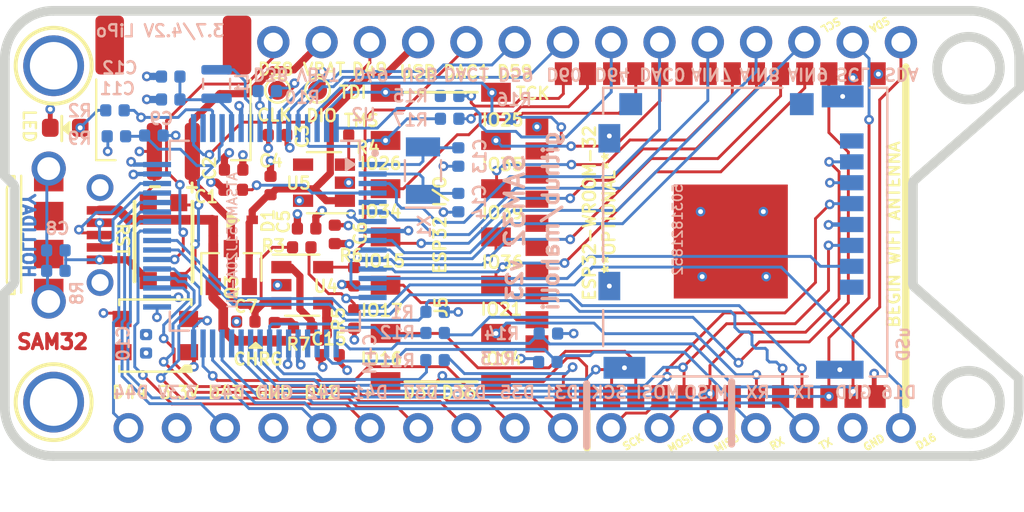
<source format=kicad_pcb>
(kicad_pcb (version 20171130) (host pcbnew "(5.1.0)-1")
  (layers (0 Top signal) (1 GND power hide) (2 PWR power hide) (31 Bottom signal) (34 B.Paste user hide) (35 F.Paste user hide) (36 B.SilkS user hide) (37 F.SilkS user) (38 B.Mask user hide) (39 F.Mask user hide) (44 Edge.Cuts user))
  (net 0 "")
  (net 1 /USB-)
  (net 2 /USB+)
  (net 3 "Net-(J1-Pad4)")
  (net 4 GND)
  (net 5 +3V3)
  (net 6 VBAT)
  (net 7 /~RESET)
  (net 8 /LED1)
  (net 9 /SWCLK)
  (net 10 /XTAL1)
  (net 11 /XTAL2)
  (net 12 /AREF)
  (net 13 "Net-(J3-Pad1)")
  (net 14 SD_CS)
  (net 15 MOSI)
  (net 16 SCK)
  (net 17 MISO)
  (net 18 "Net-(J3-Pad8)")
  (net 19 "Net-(J3-PadSW_T)")
  (net 20 "Net-(J3-PadDET_T)")
  (net 21 /DTR)
  (net 22 /SWDIO)
  (net 23 DAC0)
  (net 24 AIN6)
  (net 25 AIN7)
  (net 26 AIN8)
  (net 27 AIN9)
  (net 28 SCL)
  (net 29 DAC1)
  (net 30 SDA)
  (net 31 D19)
  (net 32 D20)
  (net 33 D31)
  (net 34 D35)
  (net 35 D36)
  (net 36 D37)
  (net 37 D38)
  (net 38 D41)
  (net 39 D42)
  (net 40 D43)
  (net 41 D44)
  (net 42 D49)
  (net 43 D50)
  (net 44 D59)
  (net 45 D60)
  (net 46 D64)
  (net 47 "Net-(U3-Pad17)")
  (net 48 "Net-(U3-Pad18)")
  (net 49 "Net-(U3-Pad19)")
  (net 50 "Net-(U3-Pad20)")
  (net 51 "Net-(U3-Pad21)")
  (net 52 "Net-(U3-Pad22)")
  (net 53 IO15)
  (net 54 "Net-(U3-Pad24)")
  (net 55 IO34)
  (net 56 IO35)
  (net 57 IO32)
  (net 58 IO33)
  (net 59 IO25)
  (net 60 IO26)
  (net 61 IO27)
  (net 62 IO21)
  (net 63 IO17)
  (net 64 IO16)
  (net 65 IO4)
  (net 66 "Net-(U5-Pad4)")
  (net 67 /EN)
  (net 68 IO39)
  (net 69 IO36)
  (net 70 VUSB)
  (net 71 /VBAT_MES)
  (net 72 /PROG)
  (net 73 ~)
  (net 74 "Net-(R7-Pad1)")
  (net 75 "Net-(R15-Pad2)")
  (net 76 "Net-(R16-Pad2)")
  (net 77 "Net-(R17-Pad2)")
  (net 78 "Net-(C11-Pad1)")
  (net 79 "Net-(CHRG1-Pad2)")
  (net 80 "Net-(L1-Pad2)")
  (net 81 "Net-(U2-Pad40)")
  (net 82 "Net-(D2-Pad2)")
  (net 83 "Net-(GRN1-Pad1)")
  (net 84 "Net-(R11-Pad2)")
  (net 85 "Net-(R12-Pad2)")
  (net 86 "Net-(R1-Pad2)")
  (net 87 "Net-(D2-Pad4)")
  (net 88 /~RTS)
  (net 89 /VIN)
  (net 90 "Net-(U2-Pad28)")
  (net 91 D16)
  (net 92 RX)
  (net 93 TX)
  (net 94 TCK)
  (net 95 TDI)
  (net 96 TMS)
  (module Package_TO_SOT_SMD:SOT-23-5 (layer Top) (at 72.644 96.647 180)
    (fp_text reference U5 (at 1.33858 -0.0254 180) (layer F.SilkS) (effects (font (size 0.635 0.635) (thickness 0.127))))
    (fp_text value AP2112K-3.3TRG1)
    (pad 5 smd rect (at 1.1 -0.95 180) (size 1.06 0.65) (layers Top F.Paste F.Mask) (net 5 +3V3))
    (pad 4 smd rect (at 1.1 0.95 180) (size 1.06 0.65) (layers Top F.Paste F.Mask) (net 66 "Net-(U5-Pad4)"))
    (pad 3 smd rect (at -1.1 0.95 180) (size 1.06 0.65) (layers Top F.Paste F.Mask) (net 67 /EN))
    (pad 2 smd rect (at -1.1 0 180) (size 1.06 0.65) (layers Top F.Paste F.Mask) (net 4 GND))
    (pad 1 smd rect (at -1.1 -0.95 180) (size 1.06 0.65) (layers Top F.Paste F.Mask) (net 89 /VIN))
  )
  (module Package_TO_SOT_SMD:SOT-23-5 (layer Top) (at 71.501 102.0445)
    (fp_text reference U4 (at 1.23952 0.05842) (layer F.SilkS) (effects (font (size 0.635 0.635) (thickness 0.127))))
    (fp_text value MCP73831T-2ACI/OT)
    (pad 5 smd rect (at 1.1 -0.95) (size 1.06 0.65) (layers Top F.Paste F.Mask) (net 72 /PROG))
    (pad 4 smd rect (at 1.1 0.95) (size 1.06 0.65) (layers Top F.Paste F.Mask) (net 70 VUSB))
    (pad 3 smd rect (at -1.1 0.95) (size 1.06 0.65) (layers Top F.Paste F.Mask) (net 6 VBAT))
    (pad 2 smd rect (at -1.1 0) (size 1.06 0.65) (layers Top F.Paste F.Mask) (net 4 GND))
    (pad 1 smd rect (at -1.1 -0.95) (size 1.06 0.65) (layers Top F.Paste F.Mask) (net 74 "Net-(R7-Pad1)"))
  )
  (module Package_TO_SOT_SMD:SOT-23 (layer Top) (at 67.7672 101.1174 90)
    (fp_text reference Q3 (at -1.03378 0.01524 90) (layer F.SilkS) (effects (font (size 0.635 0.635) (thickness 0.127))))
    (fp_text value DMG341)
    (pad 3 smd rect (at 1 0 90) (size 0.9 0.8) (layers Top F.Paste F.Mask) (net 6 VBAT))
    (pad 2 smd rect (at -1 0.95 90) (size 0.9 0.8) (layers Top F.Paste F.Mask) (net 89 /VIN))
    (pad 1 smd rect (at -1 -0.95 90) (size 0.9 0.8) (layers Top F.Paste F.Mask) (net 70 VUSB))
  )
  (module 503182-1853:MOLEX_503182-1853 (layer Bottom) (at 94.8055 99.2505 90)
    (fp_text reference J3 hide)
    (fp_text value 5031821852 (at 0.127 -3.556 90) (layer B.SilkS) (effects (font (size 0.508 0.508) (thickness 0.0889)) (justify mirror)))
    (pad 1 smd rect (at -2.9 5.605) (size 1.24 0.8) (layers Bottom B.Paste B.Mask) (net 13 "Net-(J3-Pad1)"))
    (pad 2 smd rect (at -1.8 5.605) (size 1.24 0.8) (layers Bottom B.Paste B.Mask) (net 14 SD_CS))
    (pad 3 smd rect (at -0.7 5.605) (size 1.24 0.8) (layers Bottom B.Paste B.Mask) (net 15 MOSI))
    (pad 4 smd rect (at 0.4 5.605) (size 1.24 0.8) (layers Bottom B.Paste B.Mask) (net 5 +3V3))
    (pad 5 smd rect (at 1.5 5.605) (size 1.24 0.8) (layers Bottom B.Paste B.Mask) (net 16 SCK))
    (pad 6 smd rect (at 2.6 5.605) (size 1.24 0.8) (layers Bottom B.Paste B.Mask) (net 4 GND))
    (pad 7 smd rect (at 3.7 5.605) (size 1.24 0.8) (layers Bottom B.Paste B.Mask) (net 17 MISO))
    (pad 8 smd rect (at 4.8 5.605) (size 1.24 0.8) (layers Bottom B.Paste B.Mask) (net 18 "Net-(J3-Pad8)"))
    (pad SH1 smd rect (at -7.245 4.975) (size 2.5 0.95) (layers Bottom B.Paste B.Mask) (net 4 GND))
    (pad SH2 smd rect (at 7.145 5.125) (size 2.2 1.15) (layers Bottom B.Paste B.Mask) (net 4 GND))
    (pad SW_T smd rect (at 6.74 2.975) (size 1.25 1.16) (layers Bottom B.Paste B.Mask) (net 19 "Net-(J3-PadSW_T)"))
    (pad DET_T smd rect (at 6.74 -6.025) (size 1.2 1.16) (layers Bottom B.Paste B.Mask) (net 20 "Net-(J3-PadDET_T)"))
    (pad SH5 smd rect (at -7.145 -6.355) (size 2.2 1.15) (layers Bottom B.Paste B.Mask) (net 4 GND))
    (pad SH4 smd rect (at -2.84 -7.15 270) (size 1.5 1.15) (layers Bottom B.Paste B.Mask) (net 4 GND))
    (pad SH3 smd rect (at 4.94 -7.15 270) (size 1.5 1.15) (layers Bottom B.Paste B.Mask) (net 4 GND))
  )
  (module QFP50P1200X1200X120-64N (layer Bottom) (at 69.5325 99.441 180)
    (fp_text reference U2 (at -5.1943 6.3754 180) (layer B.SilkS) (effects (font (size 0.635 0.635) (thickness 0.127)) (justify mirror)))
    (fp_text value ATSAMD51J20A-AU (at 1.7145 -0.254 270) (layer B.SilkS) (effects (font (size 0.508 0.508) (thickness 0.0889)) (justify mirror)))
    (pad 64 smd rect (at -3.75 5.67) (size 0.28 1.47) (layers Bottom B.Paste B.Mask) (net 46 D64))
    (pad 63 smd rect (at -3.25 5.67) (size 0.28 1.47) (layers Bottom B.Paste B.Mask) (net 95 TDI))
    (pad 62 smd rect (at -2.75 5.67) (size 0.28 1.47) (layers Bottom B.Paste B.Mask) (net 94 TCK))
    (pad 61 smd rect (at -2.25 5.67) (size 0.28 1.47) (layers Bottom B.Paste B.Mask) (net 96 TMS))
    (pad 60 smd rect (at -1.75 5.67) (size 0.28 1.47) (layers Bottom B.Paste B.Mask) (net 45 D60))
    (pad 59 smd rect (at -1.25 5.67) (size 0.28 1.47) (layers Bottom B.Paste B.Mask) (net 44 D59))
    (pad 58 smd rect (at -0.75 5.67) (size 0.28 1.47) (layers Bottom B.Paste B.Mask) (net 22 /SWDIO))
    (pad 57 smd rect (at -0.25 5.67) (size 0.28 1.47) (layers Bottom B.Paste B.Mask) (net 9 /SWCLK))
    (pad 56 smd rect (at 0.25 5.67) (size 0.28 1.47) (layers Bottom B.Paste B.Mask) (net 5 +3V3))
    (pad 55 smd rect (at 0.75 5.67) (size 0.28 1.47) (layers Bottom B.Paste B.Mask) (net 80 "Net-(L1-Pad2)"))
    (pad 54 smd rect (at 1.25 5.67) (size 0.28 1.47) (layers Bottom B.Paste B.Mask) (net 4 GND))
    (pad 53 smd rect (at 1.75 5.67) (size 0.28 1.47) (layers Bottom B.Paste B.Mask) (net 78 "Net-(C11-Pad1)"))
    (pad 52 smd rect (at 2.25 5.67) (size 0.28 1.47) (layers Bottom B.Paste B.Mask) (net 7 /~RESET))
    (pad 51 smd rect (at 2.75 5.67) (size 0.28 1.47) (layers Bottom B.Paste B.Mask) (net 8 /LED1))
    (pad 50 smd rect (at 3.25 5.67) (size 0.28 1.47) (layers Bottom B.Paste B.Mask) (net 43 D50))
    (pad 49 smd rect (at 3.75 5.67) (size 0.28 1.47) (layers Bottom B.Paste B.Mask) (net 42 D49))
    (pad 48 smd rect (at 5.67 3.75 90) (size 0.28 1.47) (layers Bottom B.Paste B.Mask) (net 5 +3V3))
    (pad 47 smd rect (at 5.67 3.25 90) (size 0.28 1.47) (layers Bottom B.Paste B.Mask) (net 4 GND))
    (pad 46 smd rect (at 5.67 2.75 90) (size 0.28 1.47) (layers Bottom B.Paste B.Mask) (net 2 /USB+))
    (pad 45 smd rect (at 5.67 2.25 90) (size 0.28 1.47) (layers Bottom B.Paste B.Mask) (net 1 /USB-))
    (pad 44 smd rect (at 5.67 1.75 90) (size 0.28 1.47) (layers Bottom B.Paste B.Mask) (net 41 D44))
    (pad 43 smd rect (at 5.67 1.25 90) (size 0.28 1.47) (layers Bottom B.Paste B.Mask) (net 40 D43))
    (pad 42 smd rect (at 5.67 0.75 90) (size 0.28 1.47) (layers Bottom B.Paste B.Mask) (net 39 D42))
    (pad 41 smd rect (at 5.67 0.25 90) (size 0.28 1.47) (layers Bottom B.Paste B.Mask) (net 38 D41))
    (pad 40 smd rect (at 5.67 -0.25 90) (size 0.28 1.47) (layers Bottom B.Paste B.Mask) (net 81 "Net-(U2-Pad40)"))
    (pad 39 smd rect (at 5.67 -0.75 90) (size 0.28 1.47) (layers Bottom B.Paste B.Mask) (net 86 "Net-(R1-Pad2)"))
    (pad 38 smd rect (at 5.67 -1.25 90) (size 0.28 1.47) (layers Bottom B.Paste B.Mask) (net 37 D38))
    (pad 37 smd rect (at 5.67 -1.75 90) (size 0.28 1.47) (layers Bottom B.Paste B.Mask) (net 36 D37))
    (pad 36 smd rect (at 5.67 -2.25 90) (size 0.28 1.47) (layers Bottom B.Paste B.Mask) (net 35 D36))
    (pad 35 smd rect (at 5.67 -2.75 90) (size 0.28 1.47) (layers Bottom B.Paste B.Mask) (net 34 D35))
    (pad 34 smd rect (at 5.67 -3.25 90) (size 0.28 1.47) (layers Bottom B.Paste B.Mask) (net 5 +3V3))
    (pad 33 smd rect (at 5.67 -3.75 90) (size 0.28 1.47) (layers Bottom B.Paste B.Mask) (net 4 GND))
    (pad 32 smd rect (at 3.75 -5.67) (size 0.28 1.47) (layers Bottom B.Paste B.Mask) (net 87 "Net-(D2-Pad4)"))
    (pad 31 smd rect (at 3.25 -5.67) (size 0.28 1.47) (layers Bottom B.Paste B.Mask) (net 33 D31))
    (pad 30 smd rect (at 2.75 -5.67) (size 0.28 1.47) (layers Bottom B.Paste B.Mask) (net 92 RX))
    (pad 29 smd rect (at 2.25 -5.67) (size 0.28 1.47) (layers Bottom B.Paste B.Mask) (net 93 TX))
    (pad 28 smd rect (at 1.75 -5.67) (size 0.28 1.47) (layers Bottom B.Paste B.Mask) (net 90 "Net-(U2-Pad28)"))
    (pad 27 smd rect (at 1.25 -5.67) (size 0.28 1.47) (layers Bottom B.Paste B.Mask) (net 17 MISO))
    (pad 26 smd rect (at 0.75 -5.67) (size 0.28 1.47) (layers Bottom B.Paste B.Mask) (net 16 SCK))
    (pad 25 smd rect (at 0.25 -5.67) (size 0.28 1.47) (layers Bottom B.Paste B.Mask) (net 15 MOSI))
    (pad 24 smd rect (at -0.25 -5.67) (size 0.28 1.47) (layers Bottom B.Paste B.Mask) (net 88 /~RTS))
    (pad 23 smd rect (at -0.75 -5.67) (size 0.28 1.47) (layers Bottom B.Paste B.Mask) (net 21 /DTR))
    (pad 22 smd rect (at -1.25 -5.67) (size 0.28 1.47) (layers Bottom B.Paste B.Mask) (net 4 GND))
    (pad 21 smd rect (at -1.75 -5.67) (size 0.28 1.47) (layers Bottom B.Paste B.Mask) (net 5 +3V3))
    (pad 20 smd rect (at -2.25 -5.67) (size 0.28 1.47) (layers Bottom B.Paste B.Mask) (net 32 D20))
    (pad 19 smd rect (at -2.75 -5.67) (size 0.28 1.47) (layers Bottom B.Paste B.Mask) (net 31 D19))
    (pad 18 smd rect (at -3.25 -5.67) (size 0.28 1.47) (layers Bottom B.Paste B.Mask) (net 28 SCL))
    (pad 17 smd rect (at -3.75 -5.67) (size 0.28 1.47) (layers Bottom B.Paste B.Mask) (net 30 SDA))
    (pad 16 smd rect (at -5.67 -3.75 90) (size 0.28 1.47) (layers Bottom B.Paste B.Mask) (net 91 D16))
    (pad 15 smd rect (at -5.67 -3.25 90) (size 0.28 1.47) (layers Bottom B.Paste B.Mask) (net 71 /VBAT_MES))
    (pad 14 smd rect (at -5.67 -2.75 90) (size 0.28 1.47) (layers Bottom B.Paste B.Mask) (net 29 DAC1))
    (pad 13 smd rect (at -5.67 -2.25 90) (size 0.28 1.47) (layers Bottom B.Paste B.Mask) (net 14 SD_CS))
    (pad 12 smd rect (at -5.67 -1.75 90) (size 0.28 1.47) (layers Bottom B.Paste B.Mask) (net 69 IO36))
    (pad 11 smd rect (at -5.67 -1.25 90) (size 0.28 1.47) (layers Bottom B.Paste B.Mask) (net 68 IO39))
    (pad 10 smd rect (at -5.67 -0.75 90) (size 0.28 1.47) (layers Bottom B.Paste B.Mask) (net 27 AIN9))
    (pad 9 smd rect (at -5.67 -0.25 90) (size 0.28 1.47) (layers Bottom B.Paste B.Mask) (net 26 AIN8))
    (pad 8 smd rect (at -5.67 0.25 90) (size 0.28 1.47) (layers Bottom B.Paste B.Mask) (net 5 +3V3))
    (pad 7 smd rect (at -5.67 0.75 90) (size 0.28 1.47) (layers Bottom B.Paste B.Mask) (net 4 GND))
    (pad 6 smd rect (at -5.67 1.25 90) (size 0.28 1.47) (layers Bottom B.Paste B.Mask) (net 25 AIN7))
    (pad 5 smd rect (at -5.67 1.75 90) (size 0.28 1.47) (layers Bottom B.Paste B.Mask) (net 24 AIN6))
    (pad 4 smd rect (at -5.67 2.25 90) (size 0.28 1.47) (layers Bottom B.Paste B.Mask) (net 12 /AREF))
    (pad 3 smd rect (at -5.67 2.75 90) (size 0.28 1.47) (layers Bottom B.Paste B.Mask) (net 23 DAC0))
    (pad 2 smd rect (at -5.67 3.25 90) (size 0.28 1.47) (layers Bottom B.Paste B.Mask) (net 11 /XTAL2))
    (pad 1 smd rect (at -5.67 3.75 90) (size 0.28 1.47) (layers Bottom B.Paste B.Mask) (net 10 /XTAL1))
  )
  (module custom-footprints:10118194-0001LF (layer Top) (at 58.16092 99.40544 270)
    (fp_text reference J1 hide)
    (fp_text value 10118194-0001LF hide)
    (pad 1 smd rect (at -1.3 -2.675 90) (size 0.45 1.35) (layers Top F.Paste F.Mask) (net 70 VUSB))
    (pad 2 smd rect (at -0.65 -2.675 90) (size 0.45 1.35) (layers Top F.Paste F.Mask) (net 1 /USB-))
    (pad 3 smd rect (at 0 -2.675 90) (size 0.45 1.35) (layers Top F.Paste F.Mask) (net 2 /USB+))
    (pad 4 smd rect (at 0.65 -2.675 90) (size 0.45 1.35) (layers Top F.Paste F.Mask) (net 3 "Net-(J1-Pad4)"))
    (pad 5 smd rect (at 1.3 -2.675 90) (size 0.45 1.35) (layers Top F.Paste F.Mask) (net 4 GND))
    (pad 6 thru_hole circle (at -2.5 -2.7 270) (size 1.408 1.408) (drill 0.9) (layers *.Cu *.Mask))
    (pad 7 thru_hole circle (at 2.5 -2.7 270) (size 1.408 1.408) (drill 0.9) (layers *.Cu *.Mask))
    (pad 8 thru_hole circle (at -3.5 0 270) (size 1.8 1.8) (drill 1.2) (layers *.Cu *.Mask) (net 73 ~))
    (pad 9 thru_hole circle (at 3.5 0 270) (size 1.8 1.8) (drill 1.2) (layers *.Cu *.Mask) (net 73 ~))
    (pad 10 smd rect (at -1 0 270) (size 1.5 1.55) (layers Top F.Paste F.Mask))
    (pad 11 smd rect (at 1 0 270) (size 1.5 1.55) (layers Top F.Paste F.Mask))
    (pad 12 smd rect (at -3.05 0 270) (size 1.5 1.55) (layers Top F.Paste F.Mask))
    (pad 13 smd rect (at 3.05 0 270) (size 1.5 1.55) (layers Top F.Paste F.Mask))
  )
  (module LED_SMD:LED_0603_1608Metric (layer Top) (at 59.0296 93.7558 180)
    (fp_text reference GRN1 hide)
    (fp_text value "GREEN LED")
    (pad 2 smd roundrect (at 0.7875 0 180) (size 0.875 0.95) (layers Top F.Paste F.Mask) (net 4 GND))
    (pad 1 smd roundrect (at -0.7875 0 180) (size 0.875 0.95) (layers Top F.Paste F.Mask) (net 83 "Net-(GRN1-Pad1)"))
  )
  (module Connector_PinHeader_2.54mm:PinHeader_1x14_P2.54mm_Vertical (layer Top) (at 69.977 89.24544 90)
    (fp_text reference J2 hide)
    (fp_text value Conn_01x14)
    (pad 1 thru_hole oval (at 0 0 90) (size 1.7 1.7) (drill 1) (layers *.Cu *.Mask) (net 37 D38))
    (pad 2 thru_hole oval (at 0 2.54 90) (size 1.7 1.7) (drill 1) (layers *.Cu *.Mask) (net 6 VBAT))
    (pad 3 thru_hole oval (at 0 5.08 90) (size 1.7 1.7) (drill 1) (layers *.Cu *.Mask) (net 42 D49))
    (pad 4 thru_hole oval (at 0 7.62 90) (size 1.7 1.7) (drill 1) (layers *.Cu *.Mask) (net 89 /VIN))
    (pad 5 thru_hole oval (at 0 10.16 90) (size 1.7 1.7) (drill 1) (layers *.Cu *.Mask) (net 29 DAC1))
    (pad 6 thru_hole oval (at 0 12.7 90) (size 1.7 1.7) (drill 1) (layers *.Cu *.Mask) (net 44 D59))
    (pad 7 thru_hole oval (at 0 15.24 90) (size 1.7 1.7) (drill 1) (layers *.Cu *.Mask) (net 45 D60))
    (pad 8 thru_hole oval (at 0 17.78 90) (size 1.7 1.7) (drill 1) (layers *.Cu *.Mask) (net 46 D64))
    (pad 9 thru_hole oval (at 0 20.32 90) (size 1.7 1.7) (drill 1) (layers *.Cu *.Mask) (net 23 DAC0))
    (pad 10 thru_hole oval (at 0 22.86 90) (size 1.7 1.7) (drill 1) (layers *.Cu *.Mask) (net 25 AIN7))
    (pad 11 thru_hole oval (at 0 25.4 90) (size 1.7 1.7) (drill 1) (layers *.Cu *.Mask) (net 26 AIN8))
    (pad 12 thru_hole oval (at 0 27.94 90) (size 1.7 1.7) (drill 1) (layers *.Cu *.Mask) (net 27 AIN9))
    (pad 13 thru_hole oval (at 0 30.48 90) (size 1.7 1.7) (drill 1) (layers *.Cu *.Mask) (net 28 SCL))
    (pad 14 thru_hole oval (at 0 33.02 90) (size 1.7 1.7) (drill 1) (layers *.Cu *.Mask) (net 30 SDA))
  )
  (module Diode_SMD:D_SOD-323 (layer Top) (at 67.818 98.6028 180)
    (fp_text reference D1 (at -1.8796 -0.0508 270) (layer F.SilkS) (effects (font (size 0.635 0.635) (thickness 0.127))))
    (fp_text value RB550V)
    (pad 2 smd rect (at 1.05 0 180) (size 0.6 0.45) (layers Top F.Paste F.Mask) (net 70 VUSB))
    (pad 1 smd rect (at -1.05 0 180) (size 0.6 0.45) (layers Top F.Paste F.Mask) (net 89 /VIN))
  )
  (module Resistor_SMD:R_0402_1005Metric (layer Bottom) (at 84.45 104.59 180)
    (fp_text reference R14 (at 2.4588 -0.0072 180) (layer B.SilkS) (effects (font (size 0.635 0.635) (thickness 0.127)) (justify mirror)))
    (fp_text value 10K)
    (pad 2 smd roundrect (at 0.485 0 180) (size 0.59 0.64) (layers Bottom B.Paste B.Mask) (net 30 SDA))
    (pad 1 smd roundrect (at -0.485 0 180) (size 0.59 0.64) (layers Bottom B.Paste B.Mask) (net 5 +3V3))
  )
  (module Resistor_SMD:R_0402_1005Metric (layer Bottom) (at 84.42 106.09)
    (fp_text reference R13 (at -2.632 -0.172) (layer B.SilkS) (effects (font (size 0.635 0.635) (thickness 0.127)) (justify mirror)))
    (fp_text value 10K)
    (pad 2 smd roundrect (at 0.485 0) (size 0.59 0.64) (layers Bottom B.Paste B.Mask) (net 28 SCL))
    (pad 1 smd roundrect (at -0.485 0) (size 0.59 0.64) (layers Bottom B.Paste B.Mask) (net 5 +3V3))
  )
  (module Resistor_SMD:R_0402_1005Metric (layer Top) (at 74.2315 103.8225 270)
    (fp_text reference R5 (at 0 0.8255 270) (layer F.SilkS) (effects (font (size 0.635 0.635) (thickness 0.127))))
    (fp_text value 100K)
    (pad 2 smd roundrect (at 0.485 0 270) (size 0.59 0.64) (layers Top F.Paste F.Mask) (net 4 GND))
    (pad 1 smd roundrect (at -0.485 0 270) (size 0.59 0.64) (layers Top F.Paste F.Mask) (net 71 /VBAT_MES))
  )
  (module Resistor_SMD:R_0402_1005Metric (layer Bottom) (at 79.255 93.28)
    (fp_text reference R17 (at -2.0644 0.065 -180) (layer B.SilkS) (effects (font (size 0.635 0.635) (thickness 0.127)) (justify mirror)))
    (fp_text value 0)
    (pad 2 smd roundrect (at 0.485 0) (size 0.59 0.64) (layers Bottom B.Paste B.Mask) (net 77 "Net-(R17-Pad2)"))
    (pad 1 smd roundrect (at -0.485 0) (size 0.59 0.64) (layers Bottom B.Paste B.Mask) (net 96 TMS))
  )
  (module Resistor_SMD:R_0402_1005Metric (layer Bottom) (at 81.985 93.28)
    (fp_text reference R16 (at 0.6666 -1.0088) (layer B.SilkS) (effects (font (size 0.635 0.635) (thickness 0.127)) (justify mirror)))
    (fp_text value 0)
    (pad 2 smd roundrect (at 0.485 0) (size 0.59 0.64) (layers Bottom B.Paste B.Mask) (net 76 "Net-(R16-Pad2)"))
    (pad 1 smd roundrect (at -0.485 0) (size 0.59 0.64) (layers Bottom B.Paste B.Mask) (net 94 TCK))
  )
  (module Resistor_SMD:R_0402_1005Metric (layer Bottom) (at 79.2515 92.08)
    (fp_text reference R15 (at -2.0609 -0.005) (layer B.SilkS) (effects (font (size 0.635 0.635) (thickness 0.127)) (justify mirror)))
    (fp_text value 0)
    (pad 2 smd roundrect (at 0.485 0) (size 0.59 0.64) (layers Bottom B.Paste B.Mask) (net 75 "Net-(R15-Pad2)"))
    (pad 1 smd roundrect (at -0.485 0) (size 0.59 0.64) (layers Bottom B.Paste B.Mask) (net 95 TDI))
  )
  (module Resistor_SMD:R_0402_1005Metric (layer Bottom) (at 78.49 104.56)
    (fp_text reference R12 (at -1.9852 -0.0136) (layer B.SilkS) (effects (font (size 0.635 0.635) (thickness 0.127)) (justify mirror)))
    (fp_text value 10K)
    (pad 1 smd roundrect (at -0.485 0) (size 0.59 0.64) (layers Bottom B.Paste B.Mask) (net 88 /~RTS))
    (pad 2 smd roundrect (at 0.485 0) (size 0.59 0.64) (layers Bottom B.Paste B.Mask) (net 85 "Net-(R12-Pad2)"))
  )
  (module Resistor_SMD:R_0402_1005Metric (layer Bottom) (at 78.486 105.99)
    (fp_text reference R11 (at -1.9812 0.0296) (layer B.SilkS) (effects (font (size 0.635 0.635) (thickness 0.127)) (justify mirror)))
    (fp_text value 10K)
    (pad 1 smd roundrect (at -0.485 0) (size 0.59 0.64) (layers Bottom B.Paste B.Mask) (net 21 /DTR))
    (pad 2 smd roundrect (at 0.485 0) (size 0.59 0.64) (layers Bottom B.Paste B.Mask) (net 84 "Net-(R11-Pad2)"))
  )
  (module Resistor_SMD:R_0402_1005Metric (layer Bottom) (at 69.6595 91.821)
    (fp_text reference R10 (at 1.84404 0.33528) (layer B.SilkS) (effects (font (size 0.635 0.635) (thickness 0.127)) (justify mirror)))
    (fp_text value 10K)
    (pad 2 smd roundrect (at 0.485 0) (size 0.59 0.64) (layers Bottom B.Paste B.Mask) (net 9 /SWCLK))
    (pad 1 smd roundrect (at -0.485 0) (size 0.59 0.64) (layers Bottom B.Paste B.Mask) (net 5 +3V3))
  )
  (module Resistor_SMD:R_0402_1005Metric (layer Bottom) (at 61.722 94.20352)
    (fp_text reference R9 (at -1.93548 0.10922) (layer B.SilkS) (effects (font (size 0.635 0.635) (thickness 0.127)) (justify mirror)))
    (fp_text value 10K)
    (pad 2 smd roundrect (at 0.485 0) (size 0.59 0.64) (layers Bottom B.Paste B.Mask) (net 7 /~RESET))
    (pad 1 smd roundrect (at -0.485 0) (size 0.59 0.64) (layers Bottom B.Paste B.Mask) (net 5 +3V3))
  )
  (module Resistor_SMD:R_0402_1005Metric (layer Bottom) (at 58.537 101.289)
    (fp_text reference R8 (at 1.1022 1.1746 90) (layer B.SilkS) (effects (font (size 0.635 0.635) (thickness 0.127)) (justify mirror)))
    (fp_text value 1M)
    (pad 2 smd roundrect (at 0.485 0) (size 0.59 0.64) (layers Bottom B.Paste B.Mask) (net 4 GND))
    (pad 1 smd roundrect (at -0.485 0) (size 0.59 0.64) (layers Bottom B.Paste B.Mask) (net 73 ~))
  )
  (module Resistor_SMD:R_0402_1005Metric (layer Top) (at 71.5264 104.267 180)
    (fp_text reference R7 (at 0.2286 -0.88646 180) (layer F.SilkS) (effects (font (size 0.635 0.635) (thickness 0.127))))
    (fp_text value 1K)
    (pad 2 smd roundrect (at 0.485 0 180) (size 0.59 0.64) (layers Top F.Paste F.Mask) (net 79 "Net-(CHRG1-Pad2)"))
    (pad 1 smd roundrect (at -0.485 0 180) (size 0.59 0.64) (layers Top F.Paste F.Mask) (net 74 "Net-(R7-Pad1)"))
  )
  (module Resistor_SMD:R_0402_1005Metric (layer Top) (at 74.2315 101.6 270)
    (fp_text reference R6 (at -1.11506 0.15748 180) (layer F.SilkS) (effects (font (size 0.635 0.635) (thickness 0.127))))
    (fp_text value 10K)
    (pad 2 smd roundrect (at 0.485 0 270) (size 0.59 0.64) (layers Top F.Paste F.Mask) (net 4 GND))
    (pad 1 smd roundrect (at -0.485 0 270) (size 0.59 0.64) (layers Top F.Paste F.Mask) (net 72 /PROG))
  )
  (module Resistor_SMD:R_0402_1005Metric (layer Bottom) (at 78.49 103.45 180)
    (fp_text reference R1 (at 1.7312 -0.0296 180) (layer B.SilkS) (effects (font (size 0.635 0.635) (thickness 0.127)) (justify mirror)))
    (fp_text value 10K)
    (pad 2 smd roundrect (at 0.485 0 180) (size 0.59 0.64) (layers Bottom B.Paste B.Mask) (net 86 "Net-(R1-Pad2)"))
    (pad 1 smd roundrect (at -0.485 0 180) (size 0.59 0.64) (layers Bottom B.Paste B.Mask) (net 5 +3V3))
  )
  (module custom-footprints:LED3535 (layer Top) (at 63.77 104.6988)
    (fp_text reference D2 hide)
    (fp_text value WS2812B)
    (pad 3 smd rect (at 1.749999 0.875 90) (size 0.85 1) (layers Top F.Paste F.Mask) (net 4 GND))
    (pad 2 smd rect (at -1.75 0.875 90) (size 0.85 1) (layers Top F.Paste F.Mask) (net 82 "Net-(D2-Pad2)"))
    (pad 4 smd rect (at 1.75 -0.875 90) (size 0.85 1) (layers Top F.Paste F.Mask) (net 87 "Net-(D2-Pad4)"))
    (pad 1 smd rect (at -1.749999 -0.875 90) (size 0.85 1) (layers Top F.Paste F.Mask) (net 5 +3V3))
  )
  (module Connector_JST:JST_PH_S2B-PH-SM4-TB_1x02-1MP_P2.00mm_Horizontal (layer Top) (at 64.7192 92.1512 180)
    (fp_text reference J4 hide)
    (fp_text value B2B-PH-SM4-TB)
    (pad 1 smd roundrect (at -1 -2.85 180) (size 0.8 3) (layers Top F.Paste F.Mask) (net 6 VBAT))
    (pad 2 smd roundrect (at 1 -2.85 180) (size 0.8 3) (layers Top F.Paste F.Mask) (net 4 GND))
    (pad MP smd roundrect (at -3.35 2.75 180) (size 1.5 3.1) (layers Top F.Paste F.Mask) (roundrect_rratio 0.167))
    (pad MP smd roundrect (at 3.35 2.75 180) (size 1.5 3.1) (layers Top F.Paste F.Mask) (roundrect_rratio 0.167))
  )
  (module LED_SMD:LED_0402_1005Metric (layer Top) (at 70.0532 104.4956 90)
    (fp_text reference CHRG1 hide)
    (fp_text value "ORANGE LED")
    (pad 2 smd roundrect (at 0.485 0 90) (size 0.59 0.64) (layers Top F.Paste F.Mask) (net 79 "Net-(CHRG1-Pad2)"))
    (pad 1 smd roundrect (at -0.485 0 90) (size 0.59 0.64) (layers Top F.Paste F.Mask) (net 70 VUSB))
  )
  (module TestPoint:TestPoint_Pad_D1.5mm (layer Top) (at 70.20052 91.7829)
    (fp_text reference TP1 hide)
    (fp_text value TESTPOINTPAD2MM)
    (pad 1 smd circle (at 0 0) (size 1 1) (layers Top F.Mask) (net 9 /SWCLK))
  )
  (module TestPoint:TestPoint_Pad_D1.5mm (layer Top) (at 72.30364 91.7829)
    (fp_text reference TP2 hide)
    (fp_text value TESTPOINTPAD2MM)
    (pad 1 smd circle (at 0 0) (size 1 1) (layers Top F.Mask) (net 22 /SWDIO))
  )
  (module Resistor_SMD:R_0402_1005Metric (layer Bottom) (at 61.6458 92.837)
    (fp_text reference R2 (at -1.8542 0.0254 -180) (layer B.SilkS) (effects (font (size 0.635 0.635) (thickness 0.127)) (justify mirror)))
    (fp_text value 2.2K)
    (pad 2 smd roundrect (at 0.485 0) (size 0.59 0.64) (layers Bottom B.Paste B.Mask) (net 8 /LED1))
    (pad 1 smd roundrect (at -0.485 0) (size 0.59 0.64) (layers Bottom B.Paste B.Mask) (net 83 "Net-(GRN1-Pad1)"))
  )
  (module Resistor_SMD:R_0402_1005Metric (layer Top) (at 71.4732 100.0506)
    (fp_text reference R3 (at -1.4986 -0.0762) (layer F.SilkS) (effects (font (size 0.635 0.635) (thickness 0.127))))
    (fp_text value 100K)
    (pad 2 smd roundrect (at 0.485 0) (size 0.59 0.64) (layers Top F.Paste F.Mask) (net 71 /VBAT_MES))
    (pad 1 smd roundrect (at -0.485 0) (size 0.59 0.64) (layers Top F.Paste F.Mask) (net 6 VBAT))
  )
  (module Capacitor_SMD:C_0402_1005Metric (layer Top) (at 68.5292 103.9622 180)
    (fp_text reference C7 (at -0.0127 0.79502 180) (layer F.SilkS) (effects (font (size 0.635 0.635) (thickness 0.127))))
    (fp_text value 10uF)
    (pad 2 smd roundrect (at 0.485 0 180) (size 0.59 0.64) (layers Top F.Paste F.Mask) (net 4 GND))
    (pad 1 smd roundrect (at -0.485 0 180) (size 0.59 0.64) (layers Top F.Paste F.Mask) (net 6 VBAT))
  )
  (module "Adafruit Feather M4 Express:BTN_KMR2_4.6X2.8" (layer Top) (at 64.2 99.75 270)
    (fp_text reference SW1 hide)
    (fp_text value "KMR231NG LFS" hide)
    (pad A smd rect (at 2.05 -0.8 270) (size 0.9 0.9) (layers Top F.Paste F.Mask) (net 7 /~RESET))
    (pad B smd rect (at 2.05 0.8 270) (size 0.9 0.9) (layers Top F.Paste F.Mask) (net 4 GND))
    (pad B' smd rect (at -2.05 0.8 270) (size 0.9 0.9) (layers Top F.Paste F.Mask) (net 4 GND))
    (pad A' smd rect (at -2.05 -0.8 270) (size 0.9 0.9) (layers Top F.Paste F.Mask) (net 7 /~RESET))
  )
  (module Capacitor_SMD:C_0402_1005Metric (layer Bottom) (at 64.5795 91.059)
    (fp_text reference C12 (at -2.6797 -0.4572) (layer B.SilkS) (effects (font (size 0.635 0.635) (thickness 0.127)) (justify mirror)))
    (fp_text value 10uF)
    (pad 2 smd roundrect (at 0.485 0) (size 0.59 0.64) (layers Bottom B.Paste B.Mask) (net 78 "Net-(C11-Pad1)"))
    (pad 1 smd roundrect (at -0.485 0) (size 0.59 0.64) (layers Bottom B.Paste B.Mask) (net 4 GND))
  )
  (module Capacitor_SMD:C_0402_1005Metric (layer Top) (at 73.212196 99.36998 270)
    (fp_text reference C6 (at -0.05598 -1.336804 270) (layer F.SilkS) (effects (font (size 0.635 0.635) (thickness 0.127))))
    (fp_text value 10uF)
    (pad 2 smd roundrect (at 0.485 0 270) (size 0.59 0.64) (layers Top F.Paste F.Mask) (net 4 GND))
    (pad 1 smd roundrect (at -0.485 0 270) (size 0.59 0.64) (layers Top F.Paste F.Mask) (net 5 +3V3))
  )
  (module Capacitor_SMD:C_0402_1005Metric (layer Top) (at 69.82968 96.79432 90)
    (fp_text reference C4 (at 1.29032 0.02032) (layer F.SilkS) (effects (font (size 0.635 0.635) (thickness 0.127))))
    (fp_text value 10uF)
    (pad 2 smd roundrect (at 0.485 0 90) (size 0.59 0.64) (layers Top F.Paste F.Mask) (net 4 GND))
    (pad 1 smd roundrect (at -0.485 0 90) (size 0.59 0.64) (layers Top F.Paste F.Mask) (net 89 /VIN))
  )
  (module Capacitor_SMD:C_0402_1005Metric (layer Top) (at 67.88902 95.9612)
    (fp_text reference C2 (at -1.26482 -0.0762 90) (layer F.SilkS) (effects (font (size 0.635 0.635) (thickness 0.127))))
    (fp_text value 10uF)
    (pad 2 smd roundrect (at 0.485 0) (size 0.59 0.64) (layers Top F.Paste F.Mask) (net 4 GND))
    (pad 1 smd roundrect (at -0.485 0) (size 0.59 0.64) (layers Top F.Paste F.Mask) (net 5 +3V3))
  )
  (module Resistor_SMD:R_0402_1005Metric (layer Top) (at 73.45934 94.13748 180)
    (fp_text reference R4 (at -1.4898 -0.6576) (layer F.SilkS) (effects (font (size 0.635 0.635) (thickness 0.127))))
    (fp_text value 10K)
    (pad 2 smd roundrect (at 0.485 0 180) (size 0.59 0.64) (layers Top F.Paste F.Mask) (net 89 /VIN))
    (pad 1 smd roundrect (at -0.485 0 180) (size 0.59 0.64) (layers Top F.Paste F.Mask) (net 67 /EN))
  )
  (module custom-footprints:NPPC_0.100in_headers_2ROW (layer Top) (at 78.8035 99.5045 90)
    (fp_text reference J5 (at -3.683 0 90) (layer F.SilkS) (effects (font (size 0.635 0.635) (thickness 0.127))))
    (fp_text value NPTC072KFMS-RC)
    (pad 14 smd rect (at 7.62 2.889 90) (size 1 1.56) (layers Top F.Paste F.Mask) (net 94 TCK))
    (pad 13 smd rect (at 5.08 2.889 90) (size 1 1.56) (layers Top F.Paste F.Mask) (net 59 IO25))
    (pad 12 smd rect (at 2.54 2.889 90) (size 1 1.56) (layers Top F.Paste F.Mask) (net 56 IO35))
    (pad 11 smd rect (at 0 2.889 90) (size 1 1.56) (layers Top F.Paste F.Mask) (net 68 IO39))
    (pad 10 smd rect (at -2.54 2.889 90) (size 1 1.56) (layers Top F.Paste F.Mask) (net 69 IO36))
    (pad 9 smd rect (at -5.08 2.889 90) (size 1 1.56) (layers Top F.Paste F.Mask) (net 62 IO21))
    (pad 8 smd rect (at -7.62 2.889 90) (size 1 1.56) (layers Top F.Paste F.Mask) (net 65 IO4))
    (pad 7 smd rect (at 7.62 -2.921 90) (size 1 1.56) (layers Top F.Paste F.Mask) (net 95 TDI))
    (pad 6 smd rect (at 5.08 -2.921 90) (size 1 1.56) (layers Top F.Paste F.Mask) (net 96 TMS))
    (pad 5 smd rect (at 2.54 -2.921 90) (size 1 1.56) (layers Top F.Paste F.Mask) (net 60 IO26))
    (pad 4 smd rect (at 0 -2.921 90) (size 1 1.56) (layers Top F.Paste F.Mask) (net 55 IO34))
    (pad 3 smd rect (at -2.54 -2.921 90) (size 1 1.56) (layers Top F.Paste F.Mask) (net 53 IO15))
    (pad 2 smd rect (at -5.08 -2.921 90) (size 1 1.56) (layers Top F.Paste F.Mask) (net 63 IO17))
    (pad 1 smd rect (at -7.62 -2.921 90) (size 1 1.56) (layers Top F.Paste F.Mask) (net 64 IO16))
  )
  (module Connector_PinSocket_2.54mm:PinSocket_1x17_P2.54mm_Vertical (layer Top) (at 62.357 109.56544 90)
    (fp_text reference J7 hide)
    (fp_text value Conn_01x17)
    (pad 1 thru_hole circle (at 0 0 90) (size 1.5748 1.5748) (drill 1) (layers *.Cu *.Mask) (net 41 D44))
    (pad 2 thru_hole circle (at 0 2.54 90) (size 1.5748 1.5748) (drill 0.9) (layers *.Cu *.Mask) (net 5 +3V3))
    (pad 3 thru_hole circle (at 0 5.08 90) (size 1.5748 1.5748) (drill 0.9) (layers *.Cu *.Mask) (net 40 D43))
    (pad 4 thru_hole circle (at 0 7.62 90) (size 1.5748 1.5748) (drill 0.9) (layers *.Cu *.Mask) (net 4 GND))
    (pad 5 thru_hole circle (at 0 10.16 90) (size 1.5748 1.5748) (drill 0.9) (layers *.Cu *.Mask) (net 39 D42))
    (pad 6 thru_hole circle (at 0 12.7 90) (size 1.5748 1.5748) (drill 0.9) (layers *.Cu *.Mask) (net 38 D41))
    (pad 7 thru_hole circle (at 0 15.24 90) (size 1.5748 1.5748) (drill 0.9) (layers *.Cu *.Mask) (net 36 D37))
    (pad 8 thru_hole circle (at 0 17.78 90) (size 1.5748 1.5748) (drill 0.9) (layers *.Cu *.Mask) (net 35 D36))
    (pad 9 thru_hole circle (at 0 20.32 90) (size 1.5748 1.5748) (drill 0.9) (layers *.Cu *.Mask) (net 34 D35))
    (pad 10 thru_hole circle (at 0 22.86 90) (size 1.5748 1.5748) (drill 0.9) (layers *.Cu *.Mask) (net 33 D31))
    (pad 11 thru_hole circle (at 0 25.4 90) (size 1.5748 1.5748) (drill 0.9) (layers *.Cu *.Mask) (net 16 SCK))
    (pad 12 thru_hole circle (at 0 27.94 90) (size 1.5748 1.5748) (drill 0.9) (layers *.Cu *.Mask) (net 15 MOSI))
    (pad 13 thru_hole circle (at 0 30.48 90) (size 1.5748 1.5748) (drill 0.9) (layers *.Cu *.Mask) (net 17 MISO))
    (pad 14 thru_hole circle (at 0 33.02 90) (size 1.5748 1.5748) (drill 0.9) (layers *.Cu *.Mask) (net 92 RX))
    (pad 15 thru_hole circle (at 0 35.56 90) (size 1.5748 1.5748) (drill 0.9) (layers *.Cu *.Mask) (net 93 TX))
    (pad 16 thru_hole circle (at 0 38.1 90) (size 1.5748 1.5748) (drill 0.9) (layers *.Cu *.Mask) (net 4 GND))
    (pad 17 thru_hole circle (at 0 40.64 90) (size 1.5748 1.5748) (drill 0.9) (layers *.Cu *.Mask) (net 91 D16))
  )
  (module Capacitor_SMD:C_0402_1005Metric (layer Top) (at 71.7296 99.06)
    (fp_text reference C5 (at -1.2192 -0.3556 90) (layer F.SilkS) (effects (font (size 0.635 0.635) (thickness 0.127))))
    (fp_text value 1uF)
    (pad 1 smd roundrect (at -0.485 0) (size 0.59 0.64) (layers Top F.Paste F.Mask) (net 5 +3V3))
    (pad 2 smd roundrect (at 0.485 0) (size 0.59 0.64) (layers Top F.Paste F.Mask) (net 4 GND))
  )
  (module Capacitor_SMD:C_0402_1005Metric (layer Top) (at 70.1953 94.1324 180)
    (fp_text reference C3 (at -1.3057 -0.0762 270) (layer F.SilkS) (effects (font (size 0.635 0.635) (thickness 0.127))))
    (fp_text value 1uF)
    (pad 2 smd roundrect (at 0.485 0 180) (size 0.59 0.64) (layers Top F.Paste F.Mask) (net 4 GND))
    (pad 1 smd roundrect (at -0.485 0 180) (size 0.59 0.64) (layers Top F.Paste F.Mask) (net 5 +3V3))
  )
  (module Capacitor_SMD:C_0402_1005Metric (layer Bottom) (at 64.5795 92.2655 180)
    (fp_text reference C11 (at 2.8067 0.5715 180) (layer B.SilkS) (effects (font (size 0.635 0.635) (thickness 0.127)) (justify mirror)))
    (fp_text value 1uF)
    (pad 2 smd roundrect (at 0.485 0 180) (size 0.59 0.64) (layers Bottom B.Paste B.Mask) (net 4 GND))
    (pad 1 smd roundrect (at -0.485 0 180) (size 0.59 0.64) (layers Bottom B.Paste B.Mask) (net 78 "Net-(C11-Pad1)"))
  )
  (module "Adafruit HUZZAH32 ESP32 Feather:WROOM32_SKINNY" (layer Top) (at 96.74606 99.40544 270)
    (fp_text reference U3 hide)
    (fp_text value ESP32_WROOM32_SKINNY hide)
    (pad 1 smd rect (at -8.5 -5 90) (size 1.2 0.9) (layers Top F.Paste F.Mask) (net 4 GND))
    (pad 2 smd rect (at -8.5 -3.73 90) (size 1.2 0.9) (layers Top F.Paste F.Mask) (net 5 +3V3))
    (pad 3 smd rect (at -8.5 -2.46 90) (size 1.2 0.9) (layers Top F.Paste F.Mask) (net 85 "Net-(R12-Pad2)"))
    (pad 4 smd rect (at -8.5 -1.19 90) (size 1.2 0.9) (layers Top F.Paste F.Mask) (net 69 IO36))
    (pad 5 smd rect (at -8.5 0.08 90) (size 1.2 0.9) (layers Top F.Paste F.Mask) (net 68 IO39))
    (pad 6 smd rect (at -8.5 1.35 90) (size 1.2 0.9) (layers Top F.Paste F.Mask) (net 55 IO34))
    (pad 7 smd rect (at -8.5 2.62 90) (size 1.2 0.9) (layers Top F.Paste F.Mask) (net 56 IO35))
    (pad 8 smd rect (at -8.5 3.89 90) (size 1.2 0.9) (layers Top F.Paste F.Mask) (net 57 IO32))
    (pad 9 smd rect (at -8.5 5.16 90) (size 1.2 0.9) (layers Top F.Paste F.Mask) (net 58 IO33))
    (pad 10 smd rect (at -8.5 6.43 90) (size 1.2 0.9) (layers Top F.Paste F.Mask) (net 59 IO25))
    (pad 11 smd rect (at -8.5 7.7 90) (size 1.2 0.9) (layers Top F.Paste F.Mask) (net 60 IO26))
    (pad 12 smd rect (at -8.5 8.97 90) (size 1.2 0.9) (layers Top F.Paste F.Mask) (net 61 IO27))
    (pad 13 smd rect (at -8.5 10.24 90) (size 1.2 0.9) (layers Top F.Paste F.Mask) (net 77 "Net-(R17-Pad2)"))
    (pad 14 smd rect (at -8.5 11.51 90) (size 1.2 0.9) (layers Top F.Paste F.Mask) (net 75 "Net-(R15-Pad2)"))
    (pad 15 smd rect (at -5.7 12.9 180) (size 1.2 0.9) (layers Top F.Paste F.Mask) (net 4 GND))
    (pad 16 smd rect (at -4.43 12.9 180) (size 1.2 0.9) (layers Top F.Paste F.Mask) (net 76 "Net-(R16-Pad2)"))
    (pad 17 smd rect (at -3.16 12.9 180) (size 1.2 0.9) (layers Top F.Paste F.Mask) (net 47 "Net-(U3-Pad17)"))
    (pad 18 smd rect (at -1.89 12.9 180) (size 1.2 0.9) (layers Top F.Paste F.Mask) (net 48 "Net-(U3-Pad18)"))
    (pad 19 smd rect (at -0.62 12.9 180) (size 1.2 0.9) (layers Top F.Paste F.Mask) (net 49 "Net-(U3-Pad19)"))
    (pad 20 smd rect (at 0.65 12.9 180) (size 1.2 0.9) (layers Top F.Paste F.Mask) (net 50 "Net-(U3-Pad20)"))
    (pad 21 smd rect (at 1.92 12.9 180) (size 1.2 0.9) (layers Top F.Paste F.Mask) (net 51 "Net-(U3-Pad21)"))
    (pad 22 smd rect (at 3.19 12.9 180) (size 1.2 0.9) (layers Top F.Paste F.Mask) (net 52 "Net-(U3-Pad22)"))
    (pad 23 smd rect (at 4.46 12.9 180) (size 1.2 0.9) (layers Top F.Paste F.Mask) (net 53 IO15))
    (pad 24 smd rect (at 5.73 12.9 180) (size 1.2 0.9) (layers Top F.Paste F.Mask) (net 54 "Net-(U3-Pad24)"))
    (pad 25 smd rect (at 8.5 11.51 270) (size 1.2 0.9) (layers Top F.Paste F.Mask) (net 84 "Net-(R11-Pad2)"))
    (pad 26 smd rect (at 8.5 10.24 270) (size 1.2 0.9) (layers Top F.Paste F.Mask) (net 65 IO4))
    (pad 27 smd rect (at 8.5 8.97 270) (size 1.2 0.9) (layers Top F.Paste F.Mask) (net 64 IO16))
    (pad 28 smd rect (at 8.5 7.7 270) (size 1.2 0.9) (layers Top F.Paste F.Mask) (net 63 IO17))
    (pad 29 smd rect (at 8.5 6.43 270) (size 1.2 0.9) (layers Top F.Paste F.Mask) (net 16 SCK))
    (pad 30 smd rect (at 8.5 5.16 270) (size 1.2 0.9) (layers Top F.Paste F.Mask) (net 15 MOSI))
    (pad 31 smd rect (at 8.5 3.89 270) (size 1.2 0.9) (layers Top F.Paste F.Mask) (net 17 MISO))
    (pad 32 smd rect (at 8.5 2.62 270) (size 1.2 0.9) (layers Top F.Paste F.Mask))
    (pad 33 smd rect (at 8.5 1.35 270) (size 1.2 0.9) (layers Top F.Paste F.Mask) (net 62 IO21))
    (pad 34 smd rect (at 8.5 0.08 270) (size 1.2 0.9) (layers Top F.Paste F.Mask) (net 86 "Net-(R1-Pad2)"))
    (pad 35 smd rect (at 8.5 -1.19 270) (size 1.2 0.9) (layers Top F.Paste F.Mask) (net 81 "Net-(U2-Pad40)"))
    (pad 36 smd rect (at 8.5 -2.46 270) (size 1.2 0.9) (layers Top F.Paste F.Mask) (net 28 SCL))
    (pad 37 smd rect (at 8.5 -3.73 270) (size 1.2 0.9) (layers Top F.Paste F.Mask) (net 30 SDA))
    (pad 38 smd rect (at 8.5 -5 270) (size 1.2 0.9) (layers Top F.Paste F.Mask) (net 4 GND))
    (pad P$1 smd rect (at 0.34 2.7 270) (size 6 6) (layers Top F.Mask) (net 4 GND))
  )
  (module Capacitor_SMD:C_0402_1005Metric (layer Bottom) (at 79.7115 95.294 270)
    (fp_text reference C13 (at -0.044 -1.1367 270) (layer B.SilkS) (effects (font (size 0.635 0.635) (thickness 0.127)) (justify mirror)))
    (fp_text value 22pF)
    (pad 2 smd roundrect (at 0.485 0 270) (size 0.59 0.64) (layers Bottom B.Paste B.Mask) (net 4 GND))
    (pad 1 smd roundrect (at -0.485 0 270) (size 0.59 0.64) (layers Bottom B.Paste B.Mask) (net 10 /XTAL1))
  )
  (module Capacitor_SMD:C_0402_1005Metric (layer Bottom) (at 79.7115 97.6945 270)
    (fp_text reference C14 (at -0.0315 -1.1113 270) (layer B.SilkS) (effects (font (size 0.635 0.635) (thickness 0.127)) (justify mirror)))
    (fp_text value 22pF)
    (pad 1 smd roundrect (at -0.485 0 270) (size 0.59 0.64) (layers Bottom B.Paste B.Mask) (net 11 /XTAL2))
    (pad 2 smd roundrect (at 0.485 0 270) (size 0.59 0.64) (layers Bottom B.Paste B.Mask) (net 4 GND))
  )
  (module Capacitor_SMD:C_0402_1005Metric (layer Top) (at 67.8688 97.01784 180)
    (fp_text reference C1 (at 1.4224 -0.36576) (layer F.SilkS) (effects (font (size 0.635 0.635) (thickness 0.127))))
    (fp_text value 1uF)
    (pad 1 smd roundrect (at -0.485 0 180) (size 0.59 0.64) (layers Top F.Paste F.Mask) (net 12 /AREF))
    (pad 2 smd roundrect (at 0.485 0 180) (size 0.59 0.64) (layers Top F.Paste F.Mask) (net 5 +3V3))
  )
  (module Capacitor_SMD:C_0402_1005Metric (layer Bottom) (at 63.69304 94.16288 180)
    (fp_text reference C9 (at -0.39624 0.89408 180) (layer B.SilkS) (effects (font (size 0.635 0.635) (thickness 0.127)) (justify mirror)))
    (fp_text value 1uF)
    (pad 2 smd roundrect (at 0.485 0 180) (size 0.59 0.64) (layers Bottom B.Paste B.Mask) (net 7 /~RESET))
    (pad 1 smd roundrect (at -0.485 0 180) (size 0.59 0.64) (layers Bottom B.Paste B.Mask) (net 4 GND))
  )
  (module Capacitor_SMD:C_0402_1005Metric (layer Bottom) (at 63.2816 105.1316 90)
    (fp_text reference C10 (at 0.0264 -1.204 90) (layer B.SilkS) (effects (font (size 0.635 0.635) (thickness 0.127)) (justify mirror)))
    (fp_text value 1uF)
    (pad 2 smd roundrect (at 0.485 0 90) (size 0.59 0.64) (layers Bottom B.Paste B.Mask) (net 4 GND))
    (pad 1 smd roundrect (at -0.485 0 90) (size 0.59 0.64) (layers Bottom B.Paste B.Mask) (net 5 +3V3))
  )
  (module Capacitor_SMD:C_0402_1005Metric (layer Top) (at 72.9615 105.7275)
    (fp_text reference C15 (at -0.0635 -0.8509 180) (layer F.SilkS) (effects (font (size 0.635 0.635) (thickness 0.127))))
    (fp_text value 0.1uF)
    (pad 2 smd roundrect (at 0.485 0) (size 0.59 0.64) (layers Top F.Paste F.Mask) (net 4 GND))
    (pad 1 smd roundrect (at -0.485 0) (size 0.59 0.64) (layers Top F.Paste F.Mask) (net 5 +3V3))
  )
  (module Inductor_SMD:L_0806_2016Metric (layer Bottom) (at 66.9925 92.202 90)
    (fp_text reference L1 (at 0.762 1.3335 90) (layer B.SilkS) (effects (font (size 0.635 0.635) (thickness 0.127)) (justify mirror)))
    (fp_text value 10uH)
    (pad 1 smd roundrect (at 0 0 90) (size 0.5 1.6) (layers Bottom B.Paste B.Mask) (net 78 "Net-(C11-Pad1)"))
    (pad 2 smd roundrect (at 1.5 0 90) (size 0.5 1.6) (layers Bottom B.Paste B.Mask) (net 80 "Net-(L1-Pad2)"))
  )
  (module Capacitor_SMD:C_0402_1005Metric (layer Bottom) (at 58.537 100.2095)
    (fp_text reference C8 (at 0.0862 -1.1495) (layer B.SilkS) (effects (font (size 0.635 0.635) (thickness 0.127)) (justify mirror)))
    (fp_text value "4.5 nF")
    (pad 1 smd roundrect (at -0.485 0) (size 0.59 0.64) (layers Bottom B.Paste B.Mask) (net 73 ~))
    (pad 2 smd roundrect (at 0.485 0) (size 0.59 0.64) (layers Bottom B.Paste B.Mask) (net 4 GND))
  )
  (module Crystal:Crystal_SMD_MicroCrystal_CC7V-T1A-2Pin_3.2x1.5mm (layer Bottom) (at 77.851 96.012 90)
    (fp_text reference X1 (at -2.9464 0.0762 90) (layer B.SilkS) (effects (font (size 0.635 0.635) (thickness 0.127)) (justify mirror)))
    (fp_text value ST3215SB)
    (pad 1 smd rect (at -1.25 0 90) (size 1 1.8) (layers Bottom B.Paste B.Mask) (net 11 /XTAL2))
    (pad 2 smd rect (at 1.25 0 90) (size 1 1.8) (layers Bottom B.Paste B.Mask) (net 10 /XTAL1))
  )
  (module "Adafruit HUZZAH32 ESP32 Feather:MOUNTINGHOLE_2.5_PLATED" (layer Top) (at 58.42 108.204)
    (fp_text reference J96 hide)
    (fp_text value MOUNTINGHOLE2.5 hide)
    (pad P$1 thru_hole circle (at 0 0) (size 3.2 3.2) (drill 2.5) (layers *.Cu *.Mask))
  )
  (module "Adafruit HUZZAH32 ESP32 Feather:MOUNTINGHOLE_2.5_PLATED" (layer Top) (at 58.42 90.4875)
    (fp_text reference J97 hide)
    (fp_text value MOUNTINGHOLE2.5 hide)
    (pad P$1 thru_hole circle (at 0 0) (size 3.2 3.2) (drill 2.5) (layers *.Cu *.Mask))
  )
  (gr_text D38 (at 68.834 90.932 180) (layer B.SilkS) (effects (font (size 0.635 0.635) (thickness 0.127)) (justify left mirror)))
  (gr_text D38 (at 70.104 90.678) (layer F.SilkS) (effects (font (size 0.635 0.635) (thickness 0.127))))
  (gr_text D16 (at 104.32 110.28 30) (layer F.SilkS) (effects (font (size 0.381 0.381) (thickness 0.09525))))
  (gr_line (start 73.914 95.7834) (end 74.041 95.7072) (layer B.SilkS) (width 0.15))
  (gr_line (start 73.914 95.5802) (end 73.914 95.7834) (layer B.SilkS) (width 0.15))
  (gr_line (start 74.0918 95.6818) (end 73.914 95.5802) (layer B.SilkS) (width 0.15))
  (gr_line (start 73.8124 95.9612) (end 74.2188 95.6818) (layer B.SilkS) (width 0.15))
  (gr_line (start 73.8124 95.4024) (end 73.8124 95.9612) (layer B.SilkS) (width 0.15))
  (gr_line (start 74.2188 95.6818) (end 73.8124 95.4024) (layer B.SilkS) (width 0.15))
  (gr_line (start 86.46414 107.24642) (end 86.46414 110.5281) (layer B.SilkS) (width 0.381))
  (gr_line (start 94.08668 107.12704) (end 94.08668 110.40872) (layer B.SilkS) (width 0.381))
  (gr_text D42 (at 73.64476 107.696) (layer B.SilkS) (effects (font (size 0.635 0.635) (thickness 0.127)) (justify left mirror)))
  (gr_text D41 (at 76.09078 107.696) (layer B.SilkS) (effects (font (size 0.635 0.635) (thickness 0.127)) (justify left mirror)))
  (gr_text D35 (at 83.82 107.696) (layer B.SilkS) (effects (font (size 0.635 0.635) (thickness 0.127)) (justify left mirror)))
  (gr_text D31 (at 86.106 107.696) (layer B.SilkS) (effects (font (size 0.635 0.635) (thickness 0.127)) (justify left mirror)))
  (gr_line (start 86.48192 110.617) (end 86.48192 108.84916) (layer F.SilkS) (width 0.381))
  (gr_text GND (at 101.58222 110.34014 30) (layer F.SilkS) (effects (font (size 0.381 0.381) (thickness 0.09525))))
  (gr_text D43 (at 67.46748 107.696) (layer F.SilkS) (effects (font (size 0.635 0.635) (thickness 0.127))))
  (gr_text TX (at 99.04476 110.40872 30) (layer F.SilkS) (effects (font (size 0.381 0.381) (thickness 0.09525))))
  (gr_text RX (at 96.47744 110.38662 30) (layer F.SilkS) (effects (font (size 0.381 0.381) (thickness 0.09525))))
  (gr_text TMS (at 74.61 93.37) (layer F.SilkS) (effects (font (size 0.635 0.635) (thickness 0.127))))
  (gr_text RX (at 96.17 107.696) (layer B.SilkS) (effects (font (size 0.635 0.635) (thickness 0.127)) (justify left mirror)))
  (gr_text D16 (at 103.886 107.696) (layer B.SilkS) (effects (font (size 0.635 0.635) (thickness 0.127)) (justify left mirror)))
  (gr_text TX (at 98.48 107.696) (layer B.SilkS) (effects (font (size 0.635 0.635) (thickness 0.127)) (justify left mirror)))
  (gr_text - (at 63.754 96.901 180) (layer F.SilkS) (effects (font (size 0.635 0.635) (thickness 0.15875))))
  (gr_text + (at 65.659 96.901 90) (layer F.SilkS) (effects (font (size 0.635 0.635) (thickness 0.15875))))
  (gr_text HOLLIDAY (at 57.086 101.743 270) (layer Bottom) (effects (font (size 0.635 0.635) (thickness 0.15875)) (justify left mirror)))
  (gr_poly (pts (xy 67.564 98.2472) (xy 67.564 99.0092) (xy 68.1736 98.6282)) (layer F.SilkS) (width 0.1))
  (gr_line (start 58.847114 94.4416) (end 58.847114 93.1462) (layer F.SilkS) (width 0.15))
  (gr_poly (pts (xy 58.847114 93.79224) (xy 59.2582 94.1114) (xy 59.2582 93.451)) (layer F.SilkS) (width 0.1))
  (gr_poly (pts (xy 69.04482 105.06964) (xy 68.71462 105.34904) (xy 69.37502 105.34904)) (layer F.SilkS) (width 0.1))
  (gr_line (start 109.19206 106.94508) (end 109.19206 108.49864) (layer Edge.Cuts) (width 0.508))
  (gr_arc (start 106.65206 108.49864) (end 109.19206 108.49864) (angle 90) (layer Edge.Cuts) (width 0.508))
  (gr_line (start 103.755076 102.181768) (end 109.19206 106.94508) (layer Edge.Cuts) (width 0.508))
  (gr_line (start 55.85206 96.296067) (end 56.3 96.74) (layer Edge.Cuts) (width 0.508))
  (gr_line (start 103.758052 96.469398) (end 109.220013 91.69) (layer Edge.Cuts) (width 0.508))
  (gr_arc (start 103.918511 96.711167) (end 103.628512 96.721166) (angle 58.4) (layer Edge.Cuts) (width 0.508))
  (gr_arc (start 103.915535 101.939999) (end 103.625536 101.93) (angle -58.4) (layer Edge.Cuts) (width 0.508))
  (gr_line (start 103.625536 101.93) (end 103.628512 96.721166) (layer Edge.Cuts) (width 0.508))
  (gr_line (start 55.85206 102.438136) (end 56.3 101.994203) (layer Edge.Cuts) (width 0.508))
  (gr_arc (start 56.071489 101.815368) (end 56.361488 101.805369) (angle 40.02178601) (layer Edge.Cuts) (width 0.508))
  (gr_arc (start 56.071489 96.918835) (end 56.361488 96.928834) (angle -40.02178601) (layer Edge.Cuts) (width 0.508))
  (gr_text uSD (at 103.12 104.16 90) (layer B.SilkS) (effects (font (size 0.635 0.635) (thickness 0.127)) (justify left mirror)))
  (gr_text v23 (at 82.677 100.584 90) (layer B.SilkS) (effects (font (size 0.8128 0.8128) (thickness 0.17272)) (justify left mirror)))
  (gr_text LED (at 57.14 93.67 270) (layer F.SilkS) (effects (font (size 0.635 0.635) (thickness 0.127))))
  (gr_text CHRG (at 69.17 105.94) (layer F.SilkS) (effects (font (size 0.635 0.635) (thickness 0.127))))
  (gr_text RST (at 62.04 99.65 270) (layer F.SilkS) (effects (font (size 0.635 0.635) (thickness 0.127))))
  (gr_line (start 94.107 109.57306) (end 94.107 108.839) (layer F.SilkS) (width 0.381))
  (gr_text SDA (at 101.87432 88.31326 210) (layer F.SilkS) (effects (font (size 0.381 0.381) (thickness 0.09525))))
  (gr_text SCL (at 99.30384 88.34374 210) (layer F.SilkS) (effects (font (size 0.381 0.381) (thickness 0.09525))))
  (gr_text MISO (at 93.84284 110.36808 30) (layer F.SilkS) (effects (font (size 0.381 0.381) (thickness 0.09525))))
  (gr_text MOSI (at 91.3892 110.36046 30) (layer F.SilkS) (effects (font (size 0.381 0.381) (thickness 0.09525))))
  (gr_text SCK (at 88.90762 110.3122 30) (layer F.SilkS) (effects (font (size 0.381 0.381) (thickness 0.09525))))
  (gr_text D64 (at 86.8045 90.932 180) (layer B.SilkS) (effects (font (size 0.635 0.635) (thickness 0.127)) (justify left mirror)))
  (gr_text AIN7 (at 91.8845 90.932 180) (layer B.SilkS) (effects (font (size 0.635 0.635) (thickness 0.127)) (justify left mirror)))
  (gr_text SDA (at 102.0445 90.932 180) (layer B.SilkS) (effects (font (size 0.635 0.635) (thickness 0.127)) (justify left mirror)))
  (gr_text D60 (at 84.2645 90.932 180) (layer B.SilkS) (effects (font (size 0.635 0.635) (thickness 0.127)) (justify left mirror)))
  (gr_text AIN8 (at 94.4245 90.932 180) (layer B.SilkS) (effects (font (size 0.635 0.635) (thickness 0.127)) (justify left mirror)))
  (gr_text DAC0 (at 89.154 90.932 180) (layer B.SilkS) (effects (font (size 0.635 0.635) (thickness 0.127)) (justify left mirror)))
  (gr_text SCL (at 99.5045 90.932 180) (layer B.SilkS) (effects (font (size 0.635 0.635) (thickness 0.127)) (justify left mirror)))
  (gr_text D59 (at 81.7245 90.932 180) (layer B.SilkS) (effects (font (size 0.635 0.635) (thickness 0.127)) (justify left mirror)))
  (gr_text DAC1 (at 78.867 90.932 180) (layer B.SilkS) (effects (font (size 0.635 0.635) (thickness 0.127)) (justify left mirror)))
  (gr_text VBAT (at 71.12 90.932 180) (layer B.SilkS) (effects (font (size 0.635 0.635) (thickness 0.127)) (justify left mirror)))
  (gr_text D49 (at 74.1045 90.932 180) (layer B.SilkS) (effects (font (size 0.635 0.635) (thickness 0.127)) (justify left mirror)))
  (gr_text USB (at 76.6445 90.932 180) (layer B.SilkS) (effects (font (size 0.635 0.635) (thickness 0.127)) (justify left mirror)))
  (gr_text AIN9 (at 96.9645 90.932 180) (layer B.SilkS) (effects (font (size 0.635 0.635) (thickness 0.127)) (justify left mirror)))
  (gr_text GND (at 101.55 107.696) (layer B.SilkS) (effects (font (size 0.635 0.635) (thickness 0.127)) (justify left mirror)))
  (gr_text MISO (at 93.98 107.696) (layer B.SilkS) (effects (font (size 0.635 0.635) (thickness 0.127)) (justify left mirror)))
  (gr_text MOSI (at 91.44 107.696) (layer B.SilkS) (effects (font (size 0.635 0.635) (thickness 0.127)) (justify left mirror)))
  (gr_text SCK (at 88.66378 107.696) (layer B.SilkS) (effects (font (size 0.635 0.635) (thickness 0.127)) (justify left mirror)))
  (gr_text D36 (at 81.28 107.696) (layer B.SilkS) (effects (font (size 0.635 0.635) (thickness 0.127)) (justify left mirror)))
  (gr_text D37 (at 78.74 107.696) (layer B.SilkS) (effects (font (size 0.635 0.635) (thickness 0.127)) (justify left mirror)))
  (gr_text GND (at 71.12 107.696) (layer B.SilkS) (effects (font (size 0.635 0.635) (thickness 0.127)) (justify left mirror)))
  (gr_text D43 (at 68.58 107.696) (layer B.SilkS) (effects (font (size 0.635 0.635) (thickness 0.127)) (justify left mirror)))
  (gr_text 3.3V (at 66.04 107.696) (layer B.SilkS) (effects (font (size 0.635 0.635) (thickness 0.127)) (justify left mirror)))
  (gr_text D44 (at 63.5 107.696) (layer B.SilkS) (effects (font (size 0.635 0.635) (thickness 0.127)) (justify left mirror)))
  (gr_text "3.7/4.2V LiPo" (at 64.02 88.65) (layer B.SilkS) (effects (font (size 0.635 0.635) (thickness 0.127)) (justify mirror)))
  (gr_text C+M (at 75.057 104.521 90) (layer B.SilkS) (effects (font (size 0.635 0.635) (thickness 0.127)) (justify left mirror)))
  (gr_circle (center 106.553 90.61572) (end 108.205221 90.61572) (layer Edge.Cuts) (width 0.508))
  (gr_circle (center 106.553 108.20522) (end 108.205221 108.20522) (layer Edge.Cuts) (width 0.508))
  (gr_text "BEGIN WIFI ANTENNA" (at 102.616 99.3775 90) (layer F.SilkS) (effects (font (size 0.635 0.635) (thickness 0.127))))
  (gr_line (start 103.251 108.331113) (end 103.251 90.550886) (layer F.SilkS) (width 0.381))
  (gr_text "ESP32-WROOM-32\n**OPTIONAL**" (at 87.122 98.2345 90) (layer F.SilkS) (effects (font (size 0.635 0.635) (thickness 0.127))))
  (gr_text "ESP32 I/O" (at 78.74 98.8695 90) (layer F.SilkS) (effects (font (size 0.635 0.635) (thickness 0.127))))
  (gr_text SAM32 (at 82.68 95.01 90) (layer B.SilkS) (effects (font (size 1.016 1.016) (thickness 0.1778)) (justify left mirror)))
  (gr_text SAM32 (at 56.388 105.029) (layer Top) (effects (font (size 0.762 0.762) (thickness 0.1905)) (justify left)))
  (gr_text github/maholli (at 84.57692 93.84284 90) (layer B.SilkS) (effects (font (size 0.835 0.835) (thickness 0.177)) (justify left mirror)))
  (gr_text TCK (at 83.6295 91.948) (layer F.SilkS) (effects (font (size 0.635 0.635) (thickness 0.127))))
  (gr_text TDI (at 74.168 91.8845) (layer F.SilkS) (effects (font (size 0.635 0.635) (thickness 0.127))))
  (gr_text IO25 (at 82.042 93.345) (layer F.SilkS) (effects (font (size 0.635 0.635) (thickness 0.127))))
  (gr_text IO26 (at 75.6285 95.631) (layer F.SilkS) (effects (font (size 0.635 0.635) (thickness 0.127))))
  (gr_text IO35 (at 82.042 95.6945) (layer F.SilkS) (effects (font (size 0.635 0.635) (thickness 0.127))))
  (gr_text IO17 (at 75.692 103.378) (layer F.SilkS) (effects (font (size 0.635 0.635) (thickness 0.127))))
  (gr_text IO34 (at 75.6285 98.171) (layer F.SilkS) (effects (font (size 0.635 0.635) (thickness 0.127))))
  (gr_text IO15 (at 75.819 100.7745) (layer F.SilkS) (effects (font (size 0.635 0.635) (thickness 0.127))))
  (gr_text IO16 (at 75.6666 105.918) (layer F.SilkS) (effects (font (size 0.635 0.635) (thickness 0.127))))
  (gr_text IO39 (at 82.042 98.2345) (layer F.SilkS) (effects (font (size 0.635 0.635) (thickness 0.127))))
  (gr_text IO36 (at 82.042 100.838) (layer F.SilkS) (effects (font (size 0.635 0.635) (thickness 0.127))))
  (gr_text IO21 (at 81.9785 103.3145) (layer F.SilkS) (effects (font (size 0.635 0.635) (thickness 0.127))))
  (gr_text IO04 (at 81.9785 105.918) (layer F.SilkS) (effects (font (size 0.635 0.635) (thickness 0.127))))
  (gr_text DIO (at 72.517 93.1164) (layer F.SilkS) (effects (font (size 0.635 0.635) (thickness 0.127))))
  (gr_text D36 (at 79.756 107.696) (layer F.SilkS) (effects (font (size 0.635 0.635) (thickness 0.127))))
  (gr_text D37 (at 77.724 107.696) (layer F.SilkS) (effects (font (size 0.635 0.635) (thickness 0.127))))
  (gr_text GND (at 69.977 107.696) (layer F.SilkS) (effects (font (size 0.635 0.635) (thickness 0.127))))
  (gr_text D42 (at 72.517 107.696) (layer F.SilkS) (effects (font (size 0.635 0.635) (thickness 0.127))))
  (gr_text 3.3V (at 65.024 107.696) (layer F.SilkS) (effects (font (size 0.635 0.635) (thickness 0.127))))
  (gr_text D44 (at 62.4205 107.696) (layer F.SilkS) (effects (font (size 0.635 0.635) (thickness 0.127))))
  (gr_text D59 (at 82.677 90.805) (layer F.SilkS) (effects (font (size 0.635 0.635) (thickness 0.127))))
  (gr_text DAC1 (at 80.137 90.805) (layer F.SilkS) (effects (font (size 0.635 0.635) (thickness 0.127))))
  (gr_text USB (at 77.5716 90.805) (layer F.SilkS) (effects (font (size 0.635 0.635) (thickness 0.127))))
  (gr_text D49 (at 75.0316 90.678) (layer F.SilkS) (effects (font (size 0.635 0.635) (thickness 0.127))))
  (gr_text VBAT (at 72.644 90.678) (layer F.SilkS) (effects (font (size 0.635 0.635) (thickness 0.127))))
  (gr_text CLK (at 70.0278 93.091) (layer F.SilkS) (effects (font (size 0.635 0.635) (thickness 0.127))))
  (gr_line (start 109.220013 90.13644) (end 109.220013 91.69) (layer Edge.Cuts) (width 0.508))
  (gr_line (start 55.85206 90.13644) (end 55.85206 96.296067) (layer Edge.Cuts) (width 0.508))
  (gr_arc (start 106.680013 90.13644) (end 109.220013 90.13644) (angle -90) (layer Edge.Cuts) (width 0.508))
  (gr_line (start 55.85206 102.438136) (end 55.85206 108.49864) (layer Edge.Cuts) (width 0.508))
  (gr_line (start 106.680013 87.59644) (end 58.39206 87.59644) (layer Edge.Cuts) (width 0.508))
  (gr_line (start 58.39206 111.03864) (end 106.65206 111.03864) (layer Edge.Cuts) (width 0.508))
  (gr_arc (start 58.39206 90.13644) (end 58.39206 87.59644) (angle -90) (layer Edge.Cuts) (width 0.508))
  (gr_line (start 56.361488 96.928834) (end 56.361488 101.805369) (layer Edge.Cuts) (width 0.508))
  (gr_arc (start 58.39206 108.49864) (end 55.85206 108.49864) (angle -90) (layer Edge.Cuts) (width 0.508))
  (via (at 60.832893 98.765844) (size 0.508) (drill 0.254) (layers Top Bottom) (net 1))
  (segment (start 60.83592 98.75544) (end 60.83592 98.762817) (width 0.1524) (layer Top) (net 1))
  (segment (start 60.83592 98.762817) (end 60.832893 98.765844) (width 0.1524) (layer Top) (net 1))
  (segment (start 60.832893 99.672893) (end 60.832893 98.765844) (width 0.1524) (layer Bottom) (net 1))
  (segment (start 61.544167 98.602833) (end 61.544167 99.655833) (width 0.1524) (layer Bottom) (net 1))
  (segment (start 63.8625 97.191) (end 62.956 97.191) (width 0.1524) (layer Bottom) (net 1))
  (segment (start 61.544167 99.655833) (end 61.38 99.82) (width 0.1524) (layer Bottom) (net 1))
  (segment (start 61.38 99.82) (end 60.98 99.82) (width 0.1524) (layer Bottom) (net 1))
  (segment (start 62.956 97.191) (end 61.544167 98.602833) (width 0.1524) (layer Bottom) (net 1))
  (segment (start 60.98 99.82) (end 60.832893 99.672893) (width 0.1524) (layer Bottom) (net 1))
  (via (at 59.75 99.119999) (size 0.508) (drill 0.254) (layers Top Bottom) (net 2))
  (segment (start 59.75 99.14692) (end 59.75 99.119999) (width 0.1524) (layer Top) (net 2))
  (segment (start 60.26 99.29) (end 59.89308 99.29) (width 0.1524) (layer Top) (net 2))
  (segment (start 59.89308 99.29) (end 59.75 99.14692) (width 0.1524) (layer Top) (net 2))
  (segment (start 62.9751 96.691) (end 63.8625 96.691) (width 0.1524) (layer Bottom) (net 2))
  (segment (start 61.4461 98.22) (end 62.9751 96.691) (width 0.1524) (layer Bottom) (net 2))
  (segment (start 59.75 99.119999) (end 60.649999 98.22) (width 0.1524) (layer Bottom) (net 2))
  (segment (start 60.649999 98.22) (end 61.4461 98.22) (width 0.1524) (layer Bottom) (net 2))
  (via (at 99.7805 106.4955) (size 0.508) (drill 0.254) (layers Top Bottom) (net 4))
  (via (at 87.6555 102.0905) (size 0.508) (drill 0.254) (layers Top Bottom) (net 4))
  (via (at 88.4505 106.3955) (size 0.508) (drill 0.254) (layers Top Bottom) (net 4))
  (via (at 99.9305 92.1055) (size 0.508) (drill 0.254) (layers Top Bottom) (net 4))
  (via (at 95.758 98.171) (size 0.508) (drill 0.254) (layers Top Bottom) (net 4))
  (via (at 92.456 98.171) (size 0.508) (drill 0.254) (layers Top Bottom) (net 4))
  (segment (start 100.4105 96.6505) (end 99.2605 96.6505) (width 0.1524) (layer Bottom) (net 4))
  (segment (start 99.2605 96.6505) (end 99.26 96.65) (width 0.1524) (layer Bottom) (net 4))
  (via (at 99.26 96.65) (size 0.508) (drill 0.254) (layers Top Bottom) (net 4))
  (via (at 73.579624 102.008287) (size 0.508) (drill 0.254) (layers Top Bottom) (net 4))
  (segment (start 74.189787 102.008287) (end 73.938834 102.008287) (width 0.381) (layer Top) (net 4))
  (segment (start 73.938834 102.008287) (end 73.579624 102.008287) (width 0.381) (layer Top) (net 4))
  (segment (start 74.2315 102.05) (end 74.189787 102.008287) (width 0.381) (layer Top) (net 4))
  (segment (start 69.7103 94.1324) (end 69.7103 94.8309) (width 0.2286) (layer Top) (net 4))
  (via (at 69.7103 94.8309) (size 0.508) (drill 0.254) (layers Top Bottom) (net 4))
  (via (at 60.83592 100.70544) (size 0.508) (drill 0.254) (layers Top Bottom) (net 4))
  (via (at 68.3768 95.18904) (size 0.508) (drill 0.254) (layers Top Bottom) (net 4))
  (segment (start 68.37402 95.9612) (end 68.37402 95.19182) (width 0.381) (layer Top) (net 4))
  (segment (start 68.37402 95.19182) (end 68.3768 95.18904) (width 0.381) (layer Top) (net 4))
  (via (at 68.0442 103.9622) (size 0.508) (drill 0.254) (layers Top Bottom) (net 4))
  (via (at 63.8556 103.7336) (size 0.508) (drill 0.254) (layers Top Bottom) (net 4))
  (segment (start 63.8625 103.191) (end 63.8625 103.7267) (width 0.1524) (layer Bottom) (net 4))
  (segment (start 63.8625 103.7267) (end 63.8556 103.7336) (width 0.1524) (layer Bottom) (net 4))
  (segment (start 63.8625 96.191) (end 62.641087 96.191) (width 0.2286) (layer Bottom) (net 4))
  (segment (start 62.641087 96.191) (end 62.616236 96.215851) (width 0.2286) (layer Bottom) (net 4))
  (segment (start 62.623697 96.20839) (end 62.616236 96.215851) (width 0.2286) (layer Top) (net 4))
  (segment (start 62.71839 96.20839) (end 62.623697 96.20839) (width 0.2286) (layer Top) (net 4))
  (via (at 62.616236 96.215851) (size 0.508) (drill 0.254) (layers Top Bottom) (net 4))
  (via (at 74.061082 98.298) (size 0.508) (drill 0.254) (layers Top Bottom) (net 4))
  (segment (start 74.061082 98.318082) (end 74.061082 98.298) (width 0.1524) (layer Bottom) (net 4))
  (segment (start 75.2025 98.691) (end 74.434 98.691) (width 0.1524) (layer Bottom) (net 4))
  (segment (start 74.434 98.691) (end 74.061082 98.318082) (width 0.1524) (layer Bottom) (net 4))
  (segment (start 73.212196 99.85498) (end 73.95714 99.85498) (width 0.381) (layer Top) (net 4))
  (segment (start 73.95714 99.85498) (end 73.97496 99.8728) (width 0.1524) (layer Top) (net 4))
  (via (at 73.97496 99.8728) (size 0.508) (drill 0.254) (layers Top Bottom) (net 4))
  (via (at 72.5424 98.1202) (size 0.508) (drill 0.254) (layers Top Bottom) (net 4))
  (segment (start 72.2146 98.448) (end 72.5424 98.1202) (width 0.381) (layer Top) (net 4))
  (segment (start 72.2146 99.06) (end 72.2146 98.448) (width 0.381) (layer Top) (net 4))
  (segment (start 59.06056 100.70544) (end 60.83592 100.70544) (width 0.1524) (layer Bottom) (net 4))
  (segment (start 59.055 100.711) (end 59.06056 100.70544) (width 0.1524) (layer Bottom) (net 4))
  (segment (start 59.055 100.1625) (end 59.032 100.1395) (width 0.1524) (layer Bottom) (net 4))
  (segment (start 59.055 100.711) (end 59.055 100.1625) (width 0.1524) (layer Bottom) (net 4))
  (segment (start 59.055 101.161) (end 58.997 101.219) (width 0.1524) (layer Bottom) (net 4))
  (segment (start 59.055 100.711) (end 59.055 101.161) (width 0.1524) (layer Bottom) (net 4))
  (via (at 70.2009 102.044456) (size 0.508) (drill 0.254) (layers Top Bottom) (net 4))
  (segment (start 70.2009 102.0445) (end 70.2009 102.044456) (width 0.381) (layer Top) (net 4))
  (segment (start 62.30544 100.70544) (end 60.83592 100.70544) (width 0.381) (layer Top) (net 4))
  (segment (start 63.4 101.8) (end 62.30544 100.70544) (width 0.381) (layer Top) (net 4))
  (segment (start 63.7352 96.0882) (end 63.7192 96.1042) (width 0.381) (layer Top) (net 4))
  (segment (start 63.7192 96.7608) (end 63.7192 95.0012) (width 0.1524) (layer Top) (net 4))
  (segment (start 63.4 97.7) (end 63.4 97.08) (width 0.1524) (layer Top) (net 4))
  (segment (start 63.4 97.08) (end 63.7192 96.7608) (width 0.1524) (layer Top) (net 4))
  (segment (start 79.7115 95.779) (end 78.931 95.779) (width 0.1524) (layer Bottom) (net 4))
  (segment (start 78.931 95.779) (end 78.93 95.78) (width 0.1524) (layer Bottom) (net 4))
  (via (at 78.93 95.78) (size 0.508) (drill 0.254) (layers Top Bottom) (net 4))
  (via (at 83.845974 93.70544) (size 0.508) (drill 0.254) (layers Top Bottom) (net 4))
  (segment (start 83.84606 93.70544) (end 83.845974 93.70544) (width 0.2286) (layer Top) (net 4))
  (via (at 95.909428 101.594509) (size 0.508) (drill 0.254) (layers Top Bottom) (net 4))
  (via (at 92.540458 101.594509) (size 0.508) (drill 0.254) (layers Top Bottom) (net 4))
  (segment (start 68.2825 92.702498) (end 68.180002 92.6) (width 0.2286) (layer Bottom) (net 4))
  (segment (start 68.2825 93.771) (end 68.2825 92.702498) (width 0.2286) (layer Bottom) (net 4))
  (via (at 68.180002 92.6) (size 0.508) (drill 0.254) (layers Top Bottom) (net 4))
  (via (at 73.9441 96.647042) (size 0.508) (drill 0.254) (layers Top Bottom) (net 4))
  (segment (start 73.9441 96.647) (end 73.9441 96.647042) (width 0.381) (layer Top) (net 4))
  (via (at 101.809998 90.93) (size 0.508) (drill 0.254) (layers Top Bottom) (net 4))
  (segment (start 101.785438 90.90544) (end 101.809998 90.93) (width 0.2286) (layer Top) (net 4))
  (segment (start 101.74606 90.90544) (end 101.785438 90.90544) (width 0.2286) (layer Top) (net 4))
  (via (at 65.79989 106.339999) (size 0.508) (drill 0.254) (layers Top Bottom) (net 4))
  (segment (start 65.8 105.545001) (end 65.79989 105.545111) (width 0.2032) (layer Top) (net 4))
  (segment (start 65.79989 105.545111) (end 65.79989 105.980789) (width 0.2032) (layer Top) (net 4))
  (segment (start 65.79989 105.980789) (end 65.79989 106.339999) (width 0.2032) (layer Top) (net 4))
  (via (at 87.6555 94.18739) (size 0.508) (drill 0.254) (layers Top Bottom) (net 4))
  (via (at 69.82968 95.48368) (size 0.508) (drill 0.254) (layers Top Bottom) (net 4))
  (segment (start 69.82968 96.30932) (end 69.82968 95.48368) (width 0.381) (layer Top) (net 4))
  (via (at 58.24 92.779998) (size 0.508) (drill 0.254) (layers Top Bottom) (net 4))
  (segment (start 58.2421 92.782098) (end 58.24 92.779998) (width 0.254) (layer Top) (net 4))
  (segment (start 58.2421 93.7558) (end 58.2421 92.782098) (width 0.254) (layer Top) (net 4))
  (via (at 63.32 92.26) (size 0.508) (drill 0.254) (layers Top Bottom) (net 4))
  (segment (start 63.1571 92.2655) (end 63.3145 92.2655) (width 0.1524) (layer Bottom) (net 4))
  (segment (start 63.3145 92.2655) (end 63.32 92.26) (width 0.1524) (layer Bottom) (net 4))
  (segment (start 63.3255 92.2655) (end 63.32 92.26) (width 0.381) (layer Bottom) (net 4))
  (segment (start 64.0945 92.2655) (end 63.3255 92.2655) (width 0.381) (layer Bottom) (net 4))
  (via (at 63.319996 91.05) (size 0.508) (drill 0.254) (layers Top Bottom) (net 4))
  (segment (start 64.1096 91.059) (end 64.1006 91.05) (width 0.381) (layer Bottom) (net 4))
  (segment (start 63.679206 91.05) (end 63.319996 91.05) (width 0.381) (layer Bottom) (net 4))
  (segment (start 64.1006 91.05) (end 63.679206 91.05) (width 0.381) (layer Bottom) (net 4))
  (via (at 78.93 98.2) (size 0.508) (drill 0.254) (layers Top Bottom) (net 4))
  (segment (start 79.6245 98.2) (end 79.28921 98.2) (width 0.1524) (layer Bottom) (net 4))
  (segment (start 79.28921 98.2) (end 78.93 98.2) (width 0.1524) (layer Bottom) (net 4))
  (segment (start 79.645 98.1795) (end 79.6245 98.2) (width 0.1524) (layer Bottom) (net 4))
  (segment (start 70.7825 106.156964) (end 70.730309 106.209155) (width 0.2286) (layer Bottom) (net 4))
  (segment (start 70.7825 105.111) (end 70.7825 106.156964) (width 0.2286) (layer Bottom) (net 4))
  (via (at 70.730309 106.209155) (size 0.508) (drill 0.254) (layers Top Bottom) (net 4))
  (via (at 74.24 104.92) (size 0.508) (drill 0.254) (layers Top Bottom) (net 4))
  (segment (start 74.24 104.56079) (end 74.24 104.92) (width 0.254) (layer Top) (net 4))
  (segment (start 74.2315 104.2725) (end 74.24 104.281) (width 0.1524) (layer Top) (net 4))
  (segment (start 74.24 104.281) (end 74.24 104.56079) (width 0.1524) (layer Top) (net 4))
  (segment (start 73.4465 105.7275) (end 73.4465 106.0065) (width 0.1524) (layer Top) (net 4))
  (segment (start 73.4465 106.106196) (end 73.608915 106.268611) (width 0.254) (layer Top) (net 4))
  (segment (start 73.608915 106.268611) (end 73.862914 106.52261) (width 0.254) (layer Top) (net 4))
  (segment (start 73.4465 106.0065) (end 73.4465 106.106196) (width 0.254) (layer Top) (net 4))
  (via (at 73.862914 106.52261) (size 0.508) (drill 0.254) (layers Top Bottom) (net 4))
  (via (at 63.2816 104.6516) (size 0.508) (drill 0.254) (layers Top Bottom) (net 4))
  (via (at 101.59 106.7) (size 0.508) (drill 0.254) (layers Top Bottom) (net 4))
  (segment (start 101.59 107.74938) (end 101.59 106.7) (width 0.254) (layer Top) (net 4))
  (segment (start 101.74606 107.90544) (end 101.59 107.74938) (width 0.1524) (layer Top) (net 4))
  (segment (start 65.771201 105.5738) (end 65.519999 105.5738) (width 0.1524) (layer Top) (net 4))
  (segment (start 65.8 105.545001) (end 65.771201 105.5738) (width 0.1524) (layer Top) (net 4))
  (segment (start 64.839651 94.16288) (end 64.842527 94.160004) (width 0.1524) (layer Bottom) (net 4))
  (segment (start 64.17804 94.16288) (end 64.839651 94.16288) (width 0.1524) (layer Bottom) (net 4))
  (via (at 64.842527 94.160004) (size 0.508) (drill 0.254) (layers Top Bottom) (net 4))
  (via (at 62.93358 95.00362) (size 0.508) (drill 0.254) (layers Top Bottom) (net 4))
  (segment (start 62.936 95.0012) (end 62.93358 95.00362) (width 0.1524) (layer Top) (net 4))
  (segment (start 63.7192 95.0012) (end 62.936 95.0012) (width 0.1524) (layer Top) (net 4))
  (via (at 99.187 98.8695) (size 0.508) (drill 0.254) (layers Top Bottom) (net 5))
  (segment (start 100.4105 98.8505) (end 99.206 98.8505) (width 0.2286) (layer Bottom) (net 5))
  (segment (start 99.206 98.8505) (end 99.187 98.8695) (width 0.2286) (layer Bottom) (net 5))
  (segment (start 70.6803 94.646618) (end 70.844494 94.810812) (width 0.2286) (layer Top) (net 5))
  (segment (start 70.6803 94.1324) (end 70.6803 94.646618) (width 0.2286) (layer Top) (net 5))
  (via (at 70.844494 94.810812) (size 0.508) (drill 0.254) (layers Top Bottom) (net 5))
  (segment (start 62.638214 95.691) (end 62.495289 95.548075) (width 0.2286) (layer Bottom) (net 5))
  (segment (start 63.8625 95.691) (end 62.638214 95.691) (width 0.2286) (layer Bottom) (net 5))
  (via (at 62.495289 95.548075) (size 0.508) (drill 0.254) (layers Top Bottom) (net 5))
  (segment (start 63.8625 102.691) (end 64.976836 102.691) (width 0.1524) (layer Bottom) (net 5))
  (via (at 64.987118 102.680718) (size 0.508) (drill 0.254) (layers Top Bottom) (net 5))
  (segment (start 64.976836 102.691) (end 64.987118 102.680718) (width 0.1524) (layer Bottom) (net 5))
  (via (at 73.92445 98.905983) (size 0.508) (drill 0.254) (layers Top Bottom) (net 5))
  (segment (start 73.903447 98.88498) (end 73.92445 98.905983) (width 0.2286) (layer Top) (net 5))
  (segment (start 73.212196 98.88498) (end 73.903447 98.88498) (width 0.2286) (layer Top) (net 5))
  (via (at 71.3439 97.597) (size 0.508) (drill 0.254) (layers Top Bottom) (net 5))
  (via (at 61.2648 94.996) (size 0.508) (drill 0.254) (layers Top Bottom) (net 5))
  (segment (start 61.272 94.20352) (end 61.272 94.9888) (width 0.1524) (layer Bottom) (net 5))
  (segment (start 61.272 94.9888) (end 61.2648 94.996) (width 0.1524) (layer Bottom) (net 5))
  (via (at 71.247 98.298) (size 0.508) (drill 0.254) (layers Top Bottom) (net 5))
  (segment (start 71.2446 98.3004) (end 71.247 98.298) (width 0.381) (layer Top) (net 5))
  (segment (start 71.2446 99.06) (end 71.2446 98.3004) (width 0.381) (layer Top) (net 5))
  (via (at 67.659625 95.072202) (size 0.508) (drill 0.254) (layers Top Bottom) (net 5))
  (segment (start 67.40402 95.327807) (end 67.659625 95.072202) (width 0.381) (layer Top) (net 5))
  (segment (start 67.40402 95.9612) (end 67.40402 95.327807) (width 0.381) (layer Top) (net 5))
  (segment (start 67.3838 97.01784) (end 66.98596 96.62) (width 0.381) (layer Top) (net 5))
  (segment (start 66.98596 96.62) (end 66.689998 96.62) (width 0.381) (layer Top) (net 5))
  (via (at 66.689998 96.62) (size 0.508) (drill 0.254) (layers Top Bottom) (net 5))
  (segment (start 100.47606 90.90544) (end 100.47606 91.117994) (width 0.2286) (layer Top) (net 5))
  (via (at 100.47 91.124054) (size 0.508) (drill 0.254) (layers Top Bottom) (net 5))
  (segment (start 100.47606 91.117994) (end 100.47 91.124054) (width 0.2286) (layer Top) (net 5))
  (via (at 85.78 104.59) (size 0.508) (drill 0.254) (layers Top Bottom) (net 5))
  (segment (start 84.935 104.59) (end 85.78 104.59) (width 0.1524) (layer Bottom) (net 5))
  (via (at 69.27 92.59) (size 0.508) (drill 0.254) (layers Top Bottom) (net 5))
  (segment (start 69.2095 91.821) (end 69.27 91.8815) (width 0.1524) (layer Bottom) (net 5))
  (segment (start 69.27 91.8815) (end 69.27 92.23079) (width 0.1524) (layer Bottom) (net 5))
  (segment (start 69.27 92.23079) (end 69.27 92.59) (width 0.1524) (layer Bottom) (net 5))
  (segment (start 69.2825 92.6025) (end 69.27 92.59) (width 0.1524) (layer Bottom) (net 5))
  (segment (start 69.2825 93.771) (end 69.2825 92.6025) (width 0.1524) (layer Bottom) (net 5))
  (via (at 63.2816 105.6166) (size 0.508) (drill 0.254) (layers Top Bottom) (net 5))
  (via (at 83.005898 105.913289) (size 0.508) (drill 0.254) (layers Top Bottom) (net 5))
  (segment (start 83.758289 105.913289) (end 83.005898 105.913289) (width 0.1524) (layer Bottom) (net 5))
  (segment (start 83.935 106.09) (end 83.758289 105.913289) (width 0.1524) (layer Bottom) (net 5))
  (segment (start 62.060887 103.706919) (end 61.968358 103.61439) (width 0.2032) (layer Top) (net 5))
  (via (at 61.04128 103.51516) (size 0.508) (drill 0.254) (layers Top Bottom) (net 5))
  (via (at 77.088074 99.172497) (size 0.508) (drill 0.254) (layers Top Bottom) (net 5))
  (segment (start 77.069571 99.191) (end 77.088074 99.172497) (width 0.2286) (layer Bottom) (net 5))
  (segment (start 75.2025 99.191) (end 77.069571 99.191) (width 0.2286) (layer Bottom) (net 5))
  (segment (start 71.2825 105.111) (end 71.2825 106.091259) (width 0.2286) (layer Bottom) (net 5))
  (segment (start 71.2825 106.091259) (end 71.421238 106.229997) (width 0.2286) (layer Bottom) (net 5))
  (via (at 71.421238 106.229997) (size 0.508) (drill 0.254) (layers Top Bottom) (net 5))
  (segment (start 72.4765 106.4665) (end 72.575305 106.367695) (width 0.1524) (layer Top) (net 5))
  (segment (start 72.575305 106.367695) (end 72.575305 106.355591) (width 0.1524) (layer Top) (net 5))
  (via (at 72.575305 106.355591) (size 0.508) (drill 0.254) (layers Top Bottom) (net 5))
  (segment (start 72.4765 106.256786) (end 72.575305 106.355591) (width 0.254) (layer Top) (net 5))
  (segment (start 72.4765 105.7275) (end 72.4765 106.256786) (width 0.254) (layer Top) (net 5))
  (segment (start 61.711201 103.515) (end 62.020001 103.8238) (width 0.1524) (layer Top) (net 5))
  (segment (start 61.04128 103.51516) (end 61.04144 103.515) (width 0.1524) (layer Top) (net 5))
  (segment (start 61.04144 103.515) (end 61.711201 103.515) (width 0.1524) (layer Top) (net 5))
  (segment (start 78.94 103.45) (end 78.9442 103.4542) (width 0.1524) (layer Bottom) (net 5))
  (segment (start 78.9442 103.4542) (end 79.34599 103.4542) (width 0.1524) (layer Bottom) (net 5))
  (segment (start 79.34599 103.4542) (end 79.7052 103.4542) (width 0.1524) (layer Bottom) (net 5))
  (via (at 79.7052 103.4542) (size 0.508) (drill 0.254) (layers Top Bottom) (net 5))
  (segment (start 65.7192 95.0012) (end 65.7192 95.5134) (width 0.1524) (layer Top) (net 6))
  (segment (start 65.7192 95.5134) (end 65.7352 95.5294) (width 0.1524) (layer Top) (net 6))
  (segment (start 70.2009 102.9945) (end 69.4461 102.9945) (width 0.381) (layer Top) (net 6))
  (segment (start 69.0142 103.4264) (end 69.0142 103.9622) (width 0.381) (layer Top) (net 6))
  (segment (start 69.4461 102.9945) (end 69.0142 103.4264) (width 0.381) (layer Top) (net 6))
  (segment (start 67.7672 102.610122) (end 68.255678 103.0986) (width 0.381) (layer Top) (net 6))
  (segment (start 67.7672 100.1174) (end 67.7672 102.610122) (width 0.381) (layer Top) (net 6))
  (segment (start 68.255678 103.0986) (end 68.7484 103.0986) (width 0.381) (layer Top) (net 6))
  (segment (start 68.7484 103.0986) (end 69.0142 103.3644) (width 0.381) (layer Top) (net 6))
  (segment (start 67.7672 100.1174) (end 67.7672 99.1528) (width 0.381) (layer Top) (net 6))
  (segment (start 67.7672 99.1528) (end 67.77 99.15) (width 0.381) (layer Top) (net 6))
  (segment (start 67.77 98.65082) (end 67.77 99.15) (width 0.381) (layer Top) (net 6))
  (segment (start 66.12178 97.0026) (end 67.77 98.65082) (width 0.381) (layer Top) (net 6))
  (segment (start 65.7192 96.6012) (end 65.7192 95.0012) (width 0.381) (layer Top) (net 6))
  (segment (start 66.1206 97.0026) (end 65.7192 96.6012) (width 0.381) (layer Top) (net 6))
  (segment (start 66.12178 97.0026) (end 66.1206 97.0026) (width 0.381) (layer Top) (net 6))
  (segment (start 69.33692 102.88532) (end 69.4461 102.9945) (width 0.1524) (layer Top) (net 6))
  (segment (start 69.33692 100.65028) (end 69.33692 102.88532) (width 0.1524) (layer Top) (net 6))
  (segment (start 70.9882 100.0506) (end 69.9366 100.0506) (width 0.1524) (layer Top) (net 6))
  (segment (start 69.9366 100.0506) (end 69.33692 100.65028) (width 0.1524) (layer Top) (net 6))
  (segment (start 69.926309 90.7034) (end 71.05904 90.7034) (width 0.381) (layer Top) (net 6))
  (segment (start 68.668998 91.960711) (end 69.926309 90.7034) (width 0.381) (layer Top) (net 6))
  (segment (start 71.05904 90.7034) (end 71.667001 90.095439) (width 0.381) (layer Top) (net 6))
  (segment (start 67.159689 91.960711) (end 68.668998 91.960711) (width 0.381) (layer Top) (net 6))
  (segment (start 65.7192 93.4012) (end 67.159689 91.960711) (width 0.381) (layer Top) (net 6))
  (segment (start 65.7192 95.0012) (end 65.7192 93.4012) (width 0.381) (layer Top) (net 6))
  (segment (start 71.667001 90.095439) (end 72.517 89.24544) (width 0.381) (layer Top) (net 6))
  (segment (start 63.1674 94.20352) (end 63.20804 94.16288) (width 0.1524) (layer Bottom) (net 7))
  (segment (start 62.172 94.20352) (end 63.1674 94.20352) (width 0.1524) (layer Bottom) (net 7))
  (segment (start 67.1322 94.8087) (end 67.1322 95.45355) (width 0.1524) (layer Bottom) (net 7))
  (segment (start 67.2825 94.6584) (end 67.1322 94.8087) (width 0.1524) (layer Bottom) (net 7))
  (segment (start 67.2825 93.771) (end 67.2825 94.6584) (width 0.1524) (layer Bottom) (net 7))
  (segment (start 67.1322 95.45355) (end 66.837735 95.748015) (width 0.1524) (layer Bottom) (net 7))
  (segment (start 65.953815 95.748015) (end 66.837735 95.748015) (width 0.1524) (layer Bottom) (net 7))
  (segment (start 65.09004 94.88424) (end 65.953815 95.748015) (width 0.1524) (layer Bottom) (net 7))
  (segment (start 63.20804 94.16288) (end 63.9294 94.88424) (width 0.1524) (layer Bottom) (net 7))
  (segment (start 63.9294 94.88424) (end 65.09004 94.88424) (width 0.1524) (layer Bottom) (net 7))
  (via (at 66.04 97.82048) (size 0.508) (drill 0.254) (layers Top Bottom) (net 7))
  (segment (start 66.837735 95.748015) (end 66.04 96.54575) (width 0.1524) (layer Bottom) (net 7))
  (segment (start 66.04 96.54575) (end 66.04 97.46127) (width 0.1524) (layer Bottom) (net 7))
  (segment (start 66.04 97.46127) (end 66.04 97.82048) (width 0.1524) (layer Bottom) (net 7))
  (segment (start 65.12048 97.82048) (end 66.04 97.82048) (width 0.1524) (layer Top) (net 7))
  (segment (start 65 97.7) (end 65.12048 97.82048) (width 0.1524) (layer Top) (net 7))
  (segment (start 66.04 97.82048) (end 66.04 99.708045) (width 0.1524) (layer Bottom) (net 7))
  (segment (start 66.04 99.708045) (end 65.864025 99.88402) (width 0.1524) (layer Bottom) (net 7))
  (via (at 65.864025 99.88402) (size 0.508) (drill 0.254) (layers Top Bottom) (net 7))
  (segment (start 65.864025 100.935975) (end 65.864025 99.88402) (width 0.1524) (layer Top) (net 7))
  (segment (start 65 101.8) (end 65.864025 100.935975) (width 0.1524) (layer Top) (net 7))
  (via (at 63.02 93.21) (size 0.508) (drill 0.254) (layers Top Bottom) (net 8))
  (segment (start 63.37921 93.21) (end 63.02 93.21) (width 0.1524) (layer Bottom) (net 8))
  (segment (start 62.766001 92.956001) (end 63.02 93.21) (width 0.1524) (layer Bottom) (net 8))
  (segment (start 62.1308 92.837) (end 62.647 92.837) (width 0.1524) (layer Bottom) (net 8))
  (segment (start 66.706299 92.807399) (end 65.374501 92.807399) (width 0.1524) (layer Bottom) (net 8))
  (segment (start 64.9719 93.21) (end 63.37921 93.21) (width 0.1524) (layer Bottom) (net 8))
  (segment (start 66.7825 92.8836) (end 66.706299 92.807399) (width 0.1524) (layer Bottom) (net 8))
  (segment (start 66.7825 93.771) (end 66.7825 92.8836) (width 0.1524) (layer Bottom) (net 8))
  (segment (start 65.374501 92.807399) (end 64.9719 93.21) (width 0.1524) (layer Bottom) (net 8))
  (segment (start 62.647 92.837) (end 62.766001 92.956001) (width 0.1524) (layer Bottom) (net 8))
  (via (at 71.089998 91.41) (size 0.508) (drill 0.254) (layers Top Bottom) (net 9))
  (segment (start 70.835999 91.663999) (end 71.089998 91.41) (width 0.1524) (layer Bottom) (net 9))
  (segment (start 70.346001 91.663999) (end 70.835999 91.663999) (width 0.1524) (layer Bottom) (net 9))
  (segment (start 69.7825 93.771) (end 69.7825 92.2275) (width 0.1524) (layer Bottom) (net 9))
  (segment (start 69.7825 92.2275) (end 70.346001 91.663999) (width 0.1524) (layer Bottom) (net 9))
  (segment (start 70.717098 91.7829) (end 71.089998 91.41) (width 0.381) (layer Top) (net 9))
  (segment (start 70.20052 91.7829) (end 70.717098 91.7829) (width 0.381) (layer Top) (net 9))
  (segment (start 77.851 95.5144) (end 77.851 94.812) (width 0.1524) (layer Bottom) (net 10))
  (segment (start 77.6744 95.691) (end 77.851 95.5144) (width 0.1524) (layer Bottom) (net 10))
  (segment (start 75.2025 95.691) (end 77.6744 95.691) (width 0.1524) (layer Bottom) (net 10))
  (segment (start 77.854 94.809) (end 77.851 94.812) (width 0.1524) (layer Bottom) (net 10))
  (segment (start 79.7115 94.809) (end 77.854 94.809) (width 0.1524) (layer Bottom) (net 10))
  (segment (start 77.851 96.393) (end 77.851 97.212) (width 0.1524) (layer Bottom) (net 11))
  (segment (start 75.2025 96.191) (end 77.649 96.191) (width 0.1524) (layer Bottom) (net 11))
  (segment (start 77.649 96.191) (end 77.851 96.393) (width 0.1524) (layer Bottom) (net 11))
  (segment (start 77.8535 97.2095) (end 77.851 97.212) (width 0.1524) (layer Bottom) (net 11))
  (segment (start 79.645 97.2095) (end 77.8535 97.2095) (width 0.1524) (layer Bottom) (net 11))
  (via (at 69.1 96.78) (size 0.508) (drill 0.254) (layers Top Bottom) (net 12))
  (segment (start 71.6086 96.78) (end 69.1 96.78) (width 0.1524) (layer Bottom) (net 12))
  (segment (start 72.0196 97.191) (end 71.6086 96.78) (width 0.1524) (layer Bottom) (net 12))
  (segment (start 75.2025 97.191) (end 72.0196 97.191) (width 0.1524) (layer Bottom) (net 12))
  (segment (start 68.86216 97.01784) (end 69.1 96.78) (width 0.1524) (layer Top) (net 12))
  (segment (start 68.3538 97.01784) (end 68.86216 97.01784) (width 0.1524) (layer Top) (net 12))
  (segment (start 99.6381 101.0505) (end 100.4105 101.0505) (width 0.1524) (layer Bottom) (net 14))
  (segment (start 98.7645 101.0505) (end 99.6381 101.0505) (width 0.1524) (layer Bottom) (net 14))
  (segment (start 98.244 100.53) (end 98.7645 101.0505) (width 0.1524) (layer Bottom) (net 14))
  (segment (start 86.6 100.53) (end 98.244 100.53) (width 0.1524) (layer Bottom) (net 14))
  (segment (start 75.2025 101.691) (end 85.439 101.691) (width 0.1524) (layer Bottom) (net 14))
  (segment (start 85.439 101.691) (end 86.6 100.53) (width 0.1524) (layer Bottom) (net 14))
  (via (at 99.18698 99.949) (size 0.508) (drill 0.254) (layers Top Bottom) (net 15))
  (segment (start 100.4105 99.9505) (end 99.18848 99.9505) (width 0.1524) (layer Bottom) (net 15))
  (segment (start 99.18848 99.9505) (end 99.18698 99.949) (width 0.1524) (layer Bottom) (net 15))
  (segment (start 91.58606 108.27638) (end 91.58606 107.90544) (width 0.1524) (layer Top) (net 15))
  (segment (start 90.297 109.56544) (end 91.58606 108.27638) (width 0.1524) (layer Top) (net 15))
  (segment (start 91.58606 107.90544) (end 91.58606 106.42606) (width 0.1524) (layer Top) (net 15))
  (segment (start 99.18698 102.32302) (end 97.4335 104.0765) (width 0.1524) (layer Top) (net 15))
  (segment (start 93.823501 104.0765) (end 91.783999 106.116001) (width 0.1524) (layer Top) (net 15))
  (segment (start 99.18698 99.949) (end 99.18698 102.32302) (width 0.1524) (layer Top) (net 15))
  (via (at 91.53 106.37) (size 0.508) (drill 0.254) (layers Top Bottom) (net 15))
  (segment (start 97.4335 104.0765) (end 93.823501 104.0765) (width 0.1524) (layer Top) (net 15))
  (segment (start 91.58606 106.42606) (end 91.53 106.37) (width 0.1524) (layer Top) (net 15))
  (segment (start 91.783999 106.116001) (end 91.53 106.37) (width 0.1524) (layer Top) (net 15))
  (segment (start 70.301513 107.017413) (end 72.124308 107.017413) (width 0.1524) (layer Bottom) (net 15))
  (segment (start 90.49575 106.37) (end 91.17079 106.37) (width 0.1524) (layer Bottom) (net 15))
  (segment (start 91.17079 106.37) (end 91.53 106.37) (width 0.1524) (layer Bottom) (net 15))
  (segment (start 72.124308 107.017413) (end 72.422083 107.315189) (width 0.1524) (layer Bottom) (net 15))
  (segment (start 89.550561 107.315189) (end 90.49575 106.37) (width 0.1524) (layer Bottom) (net 15))
  (segment (start 69.2825 105.9984) (end 70.301513 107.017413) (width 0.1524) (layer Bottom) (net 15))
  (segment (start 69.2825 105.111) (end 69.2825 105.9984) (width 0.1524) (layer Bottom) (net 15))
  (segment (start 72.422083 107.315189) (end 89.550561 107.315189) (width 0.1524) (layer Bottom) (net 15))
  (segment (start 99.29 97.7505) (end 99.2505 97.79) (width 0.1524) (layer Bottom) (net 16))
  (segment (start 100.4105 97.7505) (end 99.29 97.7505) (width 0.1524) (layer Bottom) (net 16))
  (via (at 99.2505 97.79) (size 0.508) (drill 0.254) (layers Top Bottom) (net 16))
  (segment (start 88.544399 108.778041) (end 87.757 109.56544) (width 0.1524) (layer Top) (net 16))
  (segment (start 89.593459 108.778041) (end 88.544399 108.778041) (width 0.1524) (layer Top) (net 16))
  (segment (start 90.31606 108.05544) (end 89.593459 108.778041) (width 0.1524) (layer Top) (net 16))
  (segment (start 90.31606 107.90544) (end 90.31606 108.05544) (width 0.1524) (layer Top) (net 16))
  (segment (start 99.2505 97.79) (end 98.5012 98.5393) (width 0.1524) (layer Top) (net 16))
  (segment (start 98.5012 98.5393) (end 98.5012 101.8988) (width 0.1524) (layer Top) (net 16))
  (segment (start 98.5012 101.8988) (end 96.895 103.505) (width 0.1524) (layer Top) (net 16))
  (segment (start 90.694133 106.494921) (end 90.694133 106.854131) (width 0.1524) (layer Top) (net 16))
  (segment (start 96.895 103.505) (end 93.684054 103.505) (width 0.1524) (layer Top) (net 16))
  (segment (start 93.684054 103.505) (end 90.694133 106.494921) (width 0.1524) (layer Top) (net 16))
  (via (at 90.694133 106.854131) (size 0.508) (drill 0.254) (layers Top Bottom) (net 16))
  (segment (start 90.31606 107.232204) (end 90.694133 106.854131) (width 0.1524) (layer Top) (net 16))
  (segment (start 90.31606 107.90544) (end 90.31606 107.232204) (width 0.1524) (layer Top) (net 16))
  (segment (start 68.7825 105.9984) (end 70.106324 107.322224) (width 0.1524) (layer Bottom) (net 16))
  (segment (start 71.998052 107.322224) (end 72.299826 107.623999) (width 0.1524) (layer Bottom) (net 16))
  (segment (start 72.299826 107.623999) (end 89.924265 107.623999) (width 0.1524) (layer Bottom) (net 16))
  (segment (start 90.440134 107.10813) (end 90.694133 106.854131) (width 0.1524) (layer Bottom) (net 16))
  (segment (start 89.924265 107.623999) (end 90.440134 107.10813) (width 0.1524) (layer Bottom) (net 16))
  (segment (start 70.106324 107.322224) (end 71.998052 107.322224) (width 0.1524) (layer Bottom) (net 16))
  (segment (start 68.7825 105.111) (end 68.7825 105.9984) (width 0.1524) (layer Bottom) (net 16))
  (via (at 99.22 95.549996) (size 0.508) (drill 0.254) (layers Top Bottom) (net 17))
  (segment (start 99.220504 95.5505) (end 99.22 95.549996) (width 0.1524) (layer Bottom) (net 17))
  (segment (start 100.4105 95.5505) (end 99.220504 95.5505) (width 0.1524) (layer Bottom) (net 17))
  (via (at 92.949871 107.752199) (size 0.508) (drill 0.254) (layers Top Bottom) (net 17))
  (segment (start 92.949871 107.811629) (end 92.949871 107.752199) (width 0.1524) (layer Top) (net 17))
  (segment (start 92.85606 107.90544) (end 92.949871 107.811629) (width 0.1524) (layer Top) (net 17))
  (segment (start 92.85606 109.54638) (end 92.85606 107.90544) (width 0.1524) (layer Top) (net 17))
  (segment (start 92.837 109.56544) (end 92.85606 109.54638) (width 0.1524) (layer Top) (net 17))
  (segment (start 92.949871 107.392989) (end 92.949871 107.752199) (width 0.1524) (layer Top) (net 17))
  (segment (start 99.743999 96.073995) (end 99.743999 102.757501) (width 0.1524) (layer Top) (net 17))
  (segment (start 99.22 95.549996) (end 99.743999 96.073995) (width 0.1524) (layer Top) (net 17))
  (segment (start 97.9805 104.521) (end 94.709 104.521) (width 0.1524) (layer Top) (net 17))
  (segment (start 94.709 104.521) (end 92.949871 106.280129) (width 0.1524) (layer Top) (net 17))
  (segment (start 99.743999 102.757501) (end 97.9805 104.521) (width 0.1524) (layer Top) (net 17))
  (segment (start 92.949871 106.280129) (end 92.949871 107.392989) (width 0.1524) (layer Top) (net 17))
  (segment (start 69.911135 107.627035) (end 71.871796 107.627035) (width 0.1524) (layer Bottom) (net 17))
  (segment (start 92.410259 107.932601) (end 92.590661 107.752199) (width 0.1524) (layer Bottom) (net 17))
  (segment (start 68.2825 105.111) (end 68.2825 105.9984) (width 0.1524) (layer Bottom) (net 17))
  (segment (start 68.2825 105.9984) (end 69.911135 107.627035) (width 0.1524) (layer Bottom) (net 17))
  (segment (start 71.871796 107.627035) (end 72.177361 107.932601) (width 0.1524) (layer Bottom) (net 17))
  (segment (start 72.177361 107.932601) (end 92.410259 107.932601) (width 0.1524) (layer Bottom) (net 17))
  (segment (start 92.590661 107.752199) (end 92.949871 107.752199) (width 0.1524) (layer Bottom) (net 17))
  (segment (start 77.98 104.71) (end 78.05 104.64) (width 0.1524) (layer Bottom) (net 88))
  (segment (start 75.76 104.71) (end 77.98 104.71) (width 0.1524) (layer Bottom) (net 88))
  (segment (start 69.7825 104.2075) (end 69.9008 104.0892) (width 0.1524) (layer Bottom) (net 88))
  (segment (start 69.9008 104.0892) (end 73.4822 104.0892) (width 0.1524) (layer Bottom) (net 88))
  (segment (start 69.7825 105.111) (end 69.7825 104.2075) (width 0.1524) (layer Bottom) (net 88))
  (segment (start 73.4822 104.0892) (end 73.66 104.267) (width 0.1524) (layer Bottom) (net 88))
  (segment (start 73.66 104.267) (end 75.317 104.267) (width 0.1524) (layer Bottom) (net 88))
  (segment (start 75.317 104.267) (end 75.76 104.71) (width 0.1524) (layer Bottom) (net 88))
  (via (at 72.540279 90.802579) (size 0.508) (drill 0.254) (layers Top Bottom) (net 22))
  (segment (start 70.2825 92.921752) (end 72.401673 90.802579) (width 0.1524) (layer Bottom) (net 22))
  (segment (start 72.401673 90.802579) (end 72.540279 90.802579) (width 0.1524) (layer Bottom) (net 22))
  (segment (start 70.2825 93.771) (end 70.2825 92.921752) (width 0.1524) (layer Bottom) (net 22))
  (segment (start 72.540279 91.546261) (end 72.540279 90.802579) (width 0.381) (layer Top) (net 22))
  (segment (start 72.30364 91.7829) (end 72.540279 91.546261) (width 0.381) (layer Top) (net 22))
  (segment (start 72.5424 91.39281) (end 72.30364 91.63157) (width 0.381) (layer Top) (net 22))
  (segment (start 72.30364 91.63157) (end 72.30364 91.7829) (width 0.381) (layer Top) (net 22))
  (segment (start 90.297 93.853) (end 90.297 89.24544) (width 0.1524) (layer Bottom) (net 23))
  (segment (start 87.8205 96.3295) (end 90.297 93.853) (width 0.1524) (layer Bottom) (net 23))
  (segment (start 82.423 96.3295) (end 87.8205 96.3295) (width 0.1524) (layer Bottom) (net 23))
  (segment (start 80.0125 98.74) (end 82.423 96.3295) (width 0.1524) (layer Bottom) (net 23))
  (segment (start 78.597066 98.74) (end 80.0125 98.74) (width 0.1524) (layer Bottom) (net 23))
  (segment (start 76.0899 96.691) (end 76.454 97.0551) (width 0.1524) (layer Bottom) (net 23))
  (segment (start 76.454 97.0551) (end 76.454 97.726482) (width 0.1524) (layer Bottom) (net 23))
  (segment (start 76.454 97.726482) (end 76.718119 97.990601) (width 0.1524) (layer Bottom) (net 23))
  (segment (start 75.2025 96.691) (end 76.0899 96.691) (width 0.1524) (layer Bottom) (net 23))
  (segment (start 76.718119 97.990601) (end 77.847668 97.990601) (width 0.1524) (layer Bottom) (net 23))
  (segment (start 77.847668 97.990601) (end 78.597066 98.74) (width 0.1524) (layer Bottom) (net 23))
  (segment (start 92.837 90.447521) (end 92.837 89.24544) (width 0.1524) (layer Bottom) (net 25))
  (segment (start 92.837 92.329) (end 92.837 90.447521) (width 0.1524) (layer Bottom) (net 25))
  (segment (start 76.056384 98.191) (end 76.480884 98.6155) (width 0.1524) (layer Bottom) (net 25))
  (segment (start 88.226878 96.939122) (end 92.837 92.329) (width 0.1524) (layer Bottom) (net 25))
  (segment (start 82.715812 96.939122) (end 88.226878 96.939122) (width 0.1524) (layer Bottom) (net 25))
  (segment (start 75.2025 98.191) (end 76.056384 98.191) (width 0.1524) (layer Bottom) (net 25))
  (segment (start 77.610434 98.6155) (end 78.372434 99.3775) (width 0.1524) (layer Bottom) (net 25))
  (segment (start 78.372434 99.3775) (end 80.277434 99.3775) (width 0.1524) (layer Bottom) (net 25))
  (segment (start 76.480884 98.6155) (end 77.610434 98.6155) (width 0.1524) (layer Bottom) (net 25))
  (segment (start 80.277434 99.3775) (end 82.715812 96.939122) (width 0.1524) (layer Bottom) (net 25))
  (segment (start 95.377 90.805) (end 95.377 89.24544) (width 0.1524) (layer Bottom) (net 26))
  (segment (start 76.21675 99.691) (end 76.858351 100.332601) (width 0.1524) (layer Bottom) (net 26))
  (segment (start 75.2025 99.691) (end 76.21675 99.691) (width 0.1524) (layer Bottom) (net 26))
  (segment (start 76.858351 100.332601) (end 80.338333 100.332601) (width 0.1524) (layer Bottom) (net 26))
  (segment (start 80.338333 100.332601) (end 82.563434 98.1075) (width 0.1524) (layer Bottom) (net 26))
  (segment (start 82.563434 98.1075) (end 88.0745 98.1075) (width 0.1524) (layer Bottom) (net 26))
  (segment (start 88.0745 98.1075) (end 95.377 90.805) (width 0.1524) (layer Bottom) (net 26))
  (segment (start 76.103134 100.191) (end 76.559634 100.6475) (width 0.1524) (layer Bottom) (net 27))
  (segment (start 97.067001 90.095439) (end 97.917 89.24544) (width 0.1524) (layer Bottom) (net 27))
  (segment (start 75.2025 100.191) (end 76.103134 100.191) (width 0.1524) (layer Bottom) (net 27))
  (segment (start 76.559634 100.6475) (end 80.4545 100.6475) (width 0.1524) (layer Bottom) (net 27))
  (segment (start 80.4545 100.6475) (end 82.296 98.806) (width 0.1524) (layer Bottom) (net 27))
  (segment (start 82.296 98.806) (end 88.35644 98.806) (width 0.1524) (layer Bottom) (net 27))
  (segment (start 88.35644 98.806) (end 97.067001 90.095439) (width 0.1524) (layer Bottom) (net 27))
  (via (at 99.20606 107.90544) (size 0.508) (drill 0.254) (layers Top Bottom) (net 28))
  (via (at 101.32 93.330002) (size 0.508) (drill 0.254) (layers Top Bottom) (net 28))
  (segment (start 101.32 93.689212) (end 101.32 93.330002) (width 0.1524) (layer Top) (net 28))
  (segment (start 101.32 102.7055) (end 101.32 93.689212) (width 0.1524) (layer Top) (net 28))
  (segment (start 99.20606 107.90544) (end 99.20606 104.81944) (width 0.1524) (layer Top) (net 28))
  (segment (start 99.20606 104.81944) (end 101.32 102.7055) (width 0.1524) (layer Top) (net 28))
  (segment (start 101.32 92.970792) (end 101.32 93.330002) (width 0.1524) (layer Bottom) (net 28))
  (segment (start 100.457 89.24544) (end 101.32 90.10844) (width 0.1524) (layer Bottom) (net 28))
  (segment (start 101.32 90.10844) (end 101.32 92.970792) (width 0.1524) (layer Bottom) (net 28))
  (segment (start 85.239168 105.755832) (end 84.905 106.09) (width 0.1524) (layer Bottom) (net 28))
  (segment (start 86.644168 105.755832) (end 85.239168 105.755832) (width 0.1524) (layer Bottom) (net 28))
  (segment (start 86.83 105.57) (end 86.644168 105.755832) (width 0.1524) (layer Bottom) (net 28))
  (segment (start 91.608934 105.57) (end 86.83 105.57) (width 0.1524) (layer Bottom) (net 28))
  (segment (start 99.20606 107.90544) (end 93.944374 107.90544) (width 0.1524) (layer Bottom) (net 28))
  (segment (start 93.944374 107.90544) (end 91.608934 105.57) (width 0.1524) (layer Bottom) (net 28))
  (segment (start 73.093964 106.16) (end 72.7825 105.848536) (width 0.1524) (layer Bottom) (net 28))
  (segment (start 84.905 106.09) (end 84.245687 105.430687) (width 0.1524) (layer Bottom) (net 28))
  (segment (start 84.245687 105.430687) (end 76.949313 105.430687) (width 0.1524) (layer Bottom) (net 28))
  (segment (start 72.7825 105.848536) (end 72.7825 105.111) (width 0.1524) (layer Bottom) (net 28))
  (segment (start 73.519982 106.16) (end 73.093964 106.16) (width 0.1524) (layer Bottom) (net 28))
  (segment (start 73.639982 106.04) (end 73.519982 106.16) (width 0.1524) (layer Bottom) (net 28))
  (segment (start 76.34 106.04) (end 73.639982 106.04) (width 0.1524) (layer Bottom) (net 28))
  (segment (start 76.949313 105.430687) (end 76.34 106.04) (width 0.1524) (layer Bottom) (net 28))
  (via (at 74.062525 100.516974) (size 0.508) (drill 0.254) (layers Top Bottom) (net 29))
  (segment (start 74.062525 101.938425) (end 74.062525 100.516974) (width 0.1524) (layer Bottom) (net 29))
  (segment (start 75.2025 102.191) (end 74.3151 102.191) (width 0.1524) (layer Bottom) (net 29))
  (segment (start 74.3151 102.191) (end 74.062525 101.938425) (width 0.1524) (layer Bottom) (net 29))
  (segment (start 80.137 89.523) (end 80.137 89.24544) (width 0.1524) (layer Top) (net 29))
  (segment (start 74.062525 100.516974) (end 74.062525 100.511675) (width 0.1524) (layer Top) (net 29))
  (segment (start 74.803 99.7712) (end 74.803 93.267) (width 0.1524) (layer Top) (net 29))
  (segment (start 74.062525 100.511675) (end 74.803 99.7712) (width 0.1524) (layer Top) (net 29))
  (segment (start 74.803 93.267) (end 75.25 92.82) (width 0.1524) (layer Top) (net 29))
  (segment (start 75.25 92.82) (end 76.84 92.82) (width 0.1524) (layer Top) (net 29))
  (segment (start 76.84 92.82) (end 80.137 89.523) (width 0.1524) (layer Top) (net 29))
  (via (at 100.48 107.64) (size 0.508) (drill 0.254) (layers Top Bottom) (net 30))
  (segment (start 100.226001 107.386001) (end 100.48 107.64) (width 0.1524) (layer Bottom) (net 30))
  (segment (start 100.212002 107.4) (end 100.226001 107.386001) (width 0.1524) (layer Bottom) (net 30))
  (segment (start 94.27 107.4) (end 100.212002 107.4) (width 0.1524) (layer Bottom) (net 30))
  (segment (start 92.00861 105.13861) (end 94.27 107.4) (width 0.1524) (layer Bottom) (net 30))
  (segment (start 83.965 104.59) (end 84.51361 105.13861) (width 0.1524) (layer Bottom) (net 30))
  (segment (start 84.51361 105.13861) (end 92.00861 105.13861) (width 0.1524) (layer Bottom) (net 30))
  (segment (start 83.44639 105.10861) (end 83.630832 104.924168) (width 0.1524) (layer Bottom) (net 30))
  (segment (start 74.008351 105.402601) (end 76.207399 105.402601) (width 0.1524) (layer Bottom) (net 30))
  (segment (start 76.207399 105.402601) (end 76.50139 105.10861) (width 0.1524) (layer Bottom) (net 30))
  (segment (start 76.50139 105.10861) (end 83.44639 105.10861) (width 0.1524) (layer Bottom) (net 30))
  (segment (start 83.630832 104.924168) (end 83.965 104.59) (width 0.1524) (layer Bottom) (net 30))
  (segment (start 73.2825 105.111) (end 73.71675 105.111) (width 0.1524) (layer Bottom) (net 30))
  (segment (start 73.71675 105.111) (end 74.008351 105.402601) (width 0.1524) (layer Bottom) (net 30))
  (segment (start 100.47606 104.60394) (end 100.47606 107.90544) (width 0.1524) (layer Top) (net 30))
  (segment (start 101.88 103.2) (end 100.47606 104.60394) (width 0.1524) (layer Top) (net 30))
  (segment (start 101.88 92.28) (end 101.88 103.2) (width 0.1524) (layer Top) (net 30))
  (segment (start 102.997 89.24544) (end 102.997 91.163) (width 0.1524) (layer Top) (net 30))
  (segment (start 102.997 91.163) (end 101.88 92.28) (width 0.1524) (layer Top) (net 30))
  (via (at 66.789998 106.82) (size 0.508) (drill 0.254) (layers Top Bottom) (net 33))
  (segment (start 66.2825 106.312502) (end 66.789998 106.82) (width 0.1524) (layer Bottom) (net 33))
  (segment (start 66.2825 105.111) (end 66.2825 106.312502) (width 0.1524) (layer Bottom) (net 33))
  (segment (start 67.035433 107.065435) (end 66.789998 106.82) (width 0.1524) (layer Top) (net 33))
  (segment (start 83.504661 107.853101) (end 80.617353 107.853101) (width 0.1524) (layer Top) (net 33))
  (segment (start 80.617353 107.853101) (end 79.101649 106.337397) (width 0.1524) (layer Top) (net 33))
  (segment (start 79.101649 106.337397) (end 74.978121 106.337397) (width 0.1524) (layer Top) (net 33))
  (segment (start 74.978121 106.337397) (end 74.250083 107.065435) (width 0.1524) (layer Top) (net 33))
  (segment (start 85.217 109.56544) (end 83.504661 107.853101) (width 0.1524) (layer Top) (net 33))
  (segment (start 74.250083 107.065435) (end 67.035433 107.065435) (width 0.1524) (layer Top) (net 33))
  (via (at 64.21 104.85) (size 0.508) (drill 0.254) (layers Top Bottom) (net 34))
  (segment (start 64.21 104.49079) (end 64.21 104.85) (width 0.1524) (layer Bottom) (net 34))
  (segment (start 63.8625 102.191) (end 65.234 102.191) (width 0.1524) (layer Bottom) (net 34))
  (segment (start 65.234 102.191) (end 65.506578 102.463578) (width 0.1524) (layer Bottom) (net 34))
  (segment (start 64.21 104.14035) (end 64.21 104.49079) (width 0.1524) (layer Bottom) (net 34))
  (segment (start 65.506578 102.843772) (end 64.21 104.14035) (width 0.1524) (layer Bottom) (net 34))
  (segment (start 65.506578 102.463578) (end 65.506578 102.843772) (width 0.1524) (layer Bottom) (net 34))
  (segment (start 64.758401 105.398401) (end 64.463999 105.103999) (width 0.1524) (layer Top) (net 34))
  (segment (start 64.463999 105.103999) (end 64.21 104.85) (width 0.1524) (layer Top) (net 34))
  (segment (start 82.677 109.56544) (end 81.269472 108.157912) (width 0.1524) (layer Top) (net 34))
  (segment (start 64.758401 106.138401) (end 64.758401 105.398401) (width 0.1524) (layer Top) (net 34))
  (segment (start 81.269472 108.157912) (end 79.160538 108.157912) (width 0.1524) (layer Top) (net 34))
  (segment (start 66.003547 107.383547) (end 64.758401 106.138401) (width 0.1524) (layer Top) (net 34))
  (segment (start 74.168308 107.383547) (end 66.003547 107.383547) (width 0.1524) (layer Top) (net 34))
  (segment (start 74.65033 107.865569) (end 74.168308 107.383547) (width 0.1524) (layer Top) (net 34))
  (segment (start 78.8682 107.865569) (end 74.65033 107.865569) (width 0.1524) (layer Top) (net 34))
  (segment (start 79.160538 108.157912) (end 78.8682 107.865569) (width 0.1524) (layer Top) (net 34))
  (via (at 64.209994 106.08) (size 0.508) (drill 0.254) (layers Top Bottom) (net 35))
  (segment (start 64.818833 101.691) (end 64.981844 101.854011) (width 0.1524) (layer Bottom) (net 35))
  (segment (start 64.981844 101.854011) (end 65.328811 101.854011) (width 0.1524) (layer Bottom) (net 35))
  (segment (start 65.811389 102.336589) (end 65.811389 102.970028) (width 0.1524) (layer Bottom) (net 35))
  (segment (start 65.328811 101.854011) (end 65.811389 102.336589) (width 0.1524) (layer Bottom) (net 35))
  (segment (start 64.463993 105.826001) (end 64.209994 106.08) (width 0.1524) (layer Bottom) (net 35))
  (segment (start 63.8625 101.691) (end 64.818833 101.691) (width 0.1524) (layer Bottom) (net 35))
  (segment (start 64.700378 105.589616) (end 64.463993 105.826001) (width 0.1524) (layer Bottom) (net 35))
  (segment (start 64.700378 104.081038) (end 64.700378 105.589616) (width 0.1524) (layer Bottom) (net 35))
  (segment (start 65.811389 102.970028) (end 64.700378 104.081038) (width 0.1524) (layer Bottom) (net 35))
  (segment (start 65.818352 107.688358) (end 64.463993 106.333999) (width 0.1524) (layer Top) (net 35))
  (segment (start 80.137 109.56544) (end 78.74194 108.17038) (width 0.1524) (layer Top) (net 35))
  (segment (start 74.042052 107.688358) (end 65.818352 107.688358) (width 0.1524) (layer Top) (net 35))
  (segment (start 64.463993 106.333999) (end 64.209994 106.08) (width 0.1524) (layer Top) (net 35))
  (segment (start 78.74194 108.17038) (end 74.524074 108.17038) (width 0.1524) (layer Top) (net 35))
  (segment (start 74.524074 108.17038) (end 74.042052 107.688358) (width 0.1524) (layer Top) (net 35))
  (via (at 64.058794 106.934) (size 0.508) (drill 0.254) (layers Top Bottom) (net 36))
  (segment (start 64.312793 106.680001) (end 64.058794 106.934) (width 0.1524) (layer Bottom) (net 36))
  (segment (start 65.005189 105.987605) (end 64.312793 106.680001) (width 0.1524) (layer Bottom) (net 36))
  (segment (start 66.1162 103.096283) (end 65.005189 104.207294) (width 0.1524) (layer Bottom) (net 36))
  (segment (start 65.005189 104.207294) (end 65.005189 105.987605) (width 0.1524) (layer Bottom) (net 36))
  (segment (start 63.8625 101.191) (end 64.7499 101.191) (width 0.1524) (layer Bottom) (net 36))
  (segment (start 64.7499 101.191) (end 65.1081 101.5492) (width 0.1524) (layer Bottom) (net 36))
  (segment (start 65.1081 101.5492) (end 65.455067 101.5492) (width 0.1524) (layer Bottom) (net 36))
  (segment (start 65.455067 101.5492) (end 66.1162 102.210333) (width 0.1524) (layer Bottom) (net 36))
  (segment (start 66.1162 102.210333) (end 66.1162 103.096283) (width 0.1524) (layer Bottom) (net 36))
  (segment (start 74.397818 108.475191) (end 73.915796 107.993169) (width 0.1524) (layer Top) (net 36))
  (segment (start 73.915796 107.993169) (end 65.117963 107.993169) (width 0.1524) (layer Top) (net 36))
  (segment (start 65.117963 107.993169) (end 64.312793 107.187999) (width 0.1524) (layer Top) (net 36))
  (segment (start 77.597 109.56544) (end 76.506751 108.475191) (width 0.1524) (layer Top) (net 36))
  (segment (start 76.506751 108.475191) (end 74.397818 108.475191) (width 0.1524) (layer Top) (net 36))
  (segment (start 64.312793 107.187999) (end 64.058794 106.934) (width 0.1524) (layer Top) (net 36))
  (via (at 65.0621 96.75622) (size 0.508) (drill 0.254) (layers Top Bottom) (net 37))
  (via (at 65.2399 99.2632) (size 0.508) (drill 0.254) (layers Top Bottom) (net 37))
  (segment (start 65.0621 96.75622) (end 65.0621 99.0854) (width 0.1524) (layer Bottom) (net 37))
  (segment (start 65.0621 99.0854) (end 65.2399 99.2632) (width 0.1524) (layer Bottom) (net 37))
  (via (at 64.786079 100.690999) (size 0.508) (drill 0.254) (layers Top Bottom) (net 37))
  (segment (start 63.8625 100.691) (end 64.786078 100.691) (width 0.1524) (layer Bottom) (net 37))
  (segment (start 64.786078 100.691) (end 64.786079 100.690999) (width 0.1524) (layer Bottom) (net 37))
  (segment (start 65.2399 100.237178) (end 64.786079 100.690999) (width 0.1524) (layer Top) (net 37))
  (segment (start 65.2399 99.2632) (end 65.2399 100.237178) (width 0.1524) (layer Top) (net 37))
  (segment (start 64.359917 96.054037) (end 65.0621 96.75622) (width 0.1524) (layer Top) (net 37))
  (segment (start 64.359917 93.381703) (end 64.359917 96.054037) (width 0.1524) (layer Top) (net 37))
  (segment (start 66.28892 91.4527) (end 64.359917 93.381703) (width 0.1524) (layer Top) (net 37))
  (segment (start 68.5673 91.4527) (end 66.28892 91.4527) (width 0.1524) (layer Top) (net 37))
  (segment (start 69.977 89.24544) (end 69.977 90.043) (width 0.1524) (layer Top) (net 37))
  (segment (start 69.977 90.043) (end 68.5673 91.4527) (width 0.1524) (layer Top) (net 37))
  (via (at 63.11392 106.77652) (size 0.508) (drill 0.254) (layers Top Bottom) (net 38))
  (segment (start 62.859921 106.522521) (end 63.11392 106.77652) (width 0.1524) (layer Bottom) (net 38))
  (segment (start 62.9751 99.191) (end 62.85738 99.30872) (width 0.1524) (layer Bottom) (net 38))
  (segment (start 63.8625 99.191) (end 62.9751 99.191) (width 0.1524) (layer Bottom) (net 38))
  (segment (start 62.85738 99.30872) (end 62.85738 104.01572) (width 0.1524) (layer Bottom) (net 38))
  (segment (start 62.85738 104.01572) (end 62.6872 104.1859) (width 0.1524) (layer Bottom) (net 38))
  (segment (start 62.6872 104.1859) (end 62.6872 106.3498) (width 0.1524) (layer Bottom) (net 38))
  (segment (start 62.6872 106.3498) (end 62.859921 106.522521) (width 0.1524) (layer Bottom) (net 38))
  (segment (start 63.367919 107.030519) (end 63.11392 106.77652) (width 0.1524) (layer Top) (net 38))
  (segment (start 64.63538 108.29798) (end 63.367919 107.030519) (width 0.1524) (layer Top) (net 38))
  (segment (start 73.78954 108.29798) (end 64.63538 108.29798) (width 0.1524) (layer Top) (net 38))
  (segment (start 75.057 109.56544) (end 73.78954 108.29798) (width 0.1524) (layer Top) (net 38))
  (segment (start 62.4586 99.2075) (end 62.9751 98.691) (width 0.1524) (layer Bottom) (net 39))
  (segment (start 68.14 107.98) (end 63.591066 107.98) (width 0.1524) (layer Bottom) (net 39))
  (segment (start 62.326579 104.115454) (end 62.4586 103.983433) (width 0.1524) (layer Bottom) (net 39))
  (segment (start 62.326579 106.715513) (end 62.326579 104.115454) (width 0.1524) (layer Bottom) (net 39))
  (segment (start 62.4586 103.983433) (end 62.4586 99.2075) (width 0.1524) (layer Bottom) (net 39))
  (segment (start 63.591066 107.98) (end 62.326579 106.715513) (width 0.1524) (layer Bottom) (net 39))
  (segment (start 68.701468 108.541468) (end 68.14 107.98) (width 0.1524) (layer Bottom) (net 39))
  (segment (start 62.9751 98.691) (end 63.8625 98.691) (width 0.1524) (layer Bottom) (net 39))
  (segment (start 71.493028 108.541468) (end 68.701468 108.541468) (width 0.1524) (layer Bottom) (net 39))
  (segment (start 72.517 109.56544) (end 71.493028 108.541468) (width 0.1524) (layer Bottom) (net 39))
  (segment (start 62.9751 98.191) (end 63.8625 98.191) (width 0.1524) (layer Bottom) (net 40))
  (segment (start 62.153789 99.012311) (end 62.9751 98.191) (width 0.1524) (layer Bottom) (net 40))
  (segment (start 67.437 109.56544) (end 66.156371 108.284811) (width 0.1524) (layer Bottom) (net 40))
  (segment (start 66.156371 108.284811) (end 63.464811 108.284811) (width 0.1524) (layer Bottom) (net 40))
  (segment (start 63.464811 108.284811) (end 62.021768 106.841768) (width 0.1524) (layer Bottom) (net 40))
  (segment (start 62.021768 103.989198) (end 62.153789 103.857177) (width 0.1524) (layer Bottom) (net 40))
  (segment (start 62.021768 106.841768) (end 62.021768 103.989198) (width 0.1524) (layer Bottom) (net 40))
  (segment (start 62.153789 103.857177) (end 62.153789 99.012311) (width 0.1524) (layer Bottom) (net 40))
  (segment (start 61.569601 108.778041) (end 62.357 109.56544) (width 0.1524) (layer Bottom) (net 41))
  (segment (start 61.569601 104.010298) (end 61.569601 108.778041) (width 0.1524) (layer Bottom) (net 41))
  (segment (start 61.848978 103.730921) (end 61.569601 104.010298) (width 0.1524) (layer Bottom) (net 41))
  (segment (start 61.848978 98.817122) (end 61.848978 103.730921) (width 0.1524) (layer Bottom) (net 41))
  (segment (start 63.8625 97.691) (end 62.9751 97.691) (width 0.1524) (layer Bottom) (net 41))
  (segment (start 62.9751 97.691) (end 61.848978 98.817122) (width 0.1524) (layer Bottom) (net 41))
  (segment (start 66.295414 95.171314) (end 66.612912 95.171314) (width 0.1524) (layer Bottom) (net 42))
  (segment (start 65.7825 93.771) (end 65.7825 94.6584) (width 0.1524) (layer Bottom) (net 42))
  (segment (start 65.7825 94.6584) (end 66.295414 95.171314) (width 0.1524) (layer Bottom) (net 42))
  (via (at 66.612912 95.171314) (size 0.508) (drill 0.254) (layers Top Bottom) (net 42))
  (segment (start 75.057 90.32748) (end 75.057 89.24544) (width 0.1524) (layer Top) (net 42))
  (segment (start 71.92448 93.46) (end 75.057 90.32748) (width 0.1524) (layer Top) (net 42))
  (segment (start 68.324226 93.46) (end 71.92448 93.46) (width 0.1524) (layer Top) (net 42))
  (segment (start 66.612912 95.171314) (end 68.324226 93.46) (width 0.1524) (layer Top) (net 42))
  (segment (start 72.380911 91.285189) (end 70.7825 92.8836) (width 0.1524) (layer Bottom) (net 44))
  (segment (start 81.47558 90.44686) (end 78.93558 90.44686) (width 0.1524) (layer Bottom) (net 44))
  (segment (start 70.7825 92.8836) (end 70.7825 93.771) (width 0.1524) (layer Bottom) (net 44))
  (segment (start 82.677 89.24544) (end 81.47558 90.44686) (width 0.1524) (layer Bottom) (net 44))
  (segment (start 78.93558 90.44686) (end 78.590163 90.792277) (width 0.1524) (layer Bottom) (net 44))
  (segment (start 78.590163 90.792277) (end 73.511689 90.792277) (width 0.1524) (layer Bottom) (net 44))
  (segment (start 73.511689 90.792277) (end 73.018777 91.285189) (width 0.1524) (layer Bottom) (net 44))
  (segment (start 73.018777 91.285189) (end 72.380911 91.285189) (width 0.1524) (layer Bottom) (net 44))
  (segment (start 85.20938 89.24544) (end 85.217 89.24544) (width 0.1524) (layer Bottom) (net 45))
  (segment (start 71.2825 92.8836) (end 72.5761 91.59) (width 0.1524) (layer Bottom) (net 45))
  (segment (start 71.2825 93.771) (end 71.2825 92.8836) (width 0.1524) (layer Bottom) (net 45))
  (segment (start 72.5761 91.59) (end 73.145033 91.59) (width 0.1524) (layer Bottom) (net 45))
  (segment (start 73.145033 91.59) (end 73.637945 91.097088) (width 0.1524) (layer Bottom) (net 45))
  (segment (start 73.637945 91.097088) (end 83.357732 91.097088) (width 0.1524) (layer Bottom) (net 45))
  (segment (start 83.357732 91.097088) (end 85.20938 89.24544) (width 0.1524) (layer Bottom) (net 45))
  (segment (start 87.757 91.87434) (end 87.757 89.24544) (width 0.1524) (layer Bottom) (net 46))
  (segment (start 85.38972 94.24162) (end 87.757 91.87434) (width 0.1524) (layer Bottom) (net 46))
  (segment (start 83.03514 94.24162) (end 85.38972 94.24162) (width 0.1524) (layer Bottom) (net 46))
  (segment (start 81.18856 93.94444) (end 82.73796 93.94444) (width 0.1524) (layer Bottom) (net 46))
  (segment (start 75.45161 93.771) (end 76.49122 92.73139) (width 0.1524) (layer Bottom) (net 46))
  (segment (start 73.2825 93.771) (end 75.45161 93.771) (width 0.1524) (layer Bottom) (net 46))
  (segment (start 76.49122 92.73139) (end 80.54701 92.73139) (width 0.1524) (layer Bottom) (net 46))
  (segment (start 82.73796 93.94444) (end 83.03514 94.24162) (width 0.1524) (layer Bottom) (net 46))
  (segment (start 80.54701 92.73139) (end 80.85836 93.04274) (width 0.1524) (layer Bottom) (net 46))
  (segment (start 80.85836 93.04274) (end 80.85836 93.61424) (width 0.1524) (layer Bottom) (net 46))
  (segment (start 80.85836 93.61424) (end 81.18856 93.94444) (width 0.1524) (layer Bottom) (net 46))
  (segment (start 76.8149 102.0445) (end 75.8825 102.0445) (width 0.1524) (layer Top) (net 53))
  (segment (start 77.7304 102.96) (end 76.8149 102.0445) (width 0.1524) (layer Top) (net 53))
  (segment (start 81.86784 102.96) (end 77.7304 102.96) (width 0.1524) (layer Top) (net 53))
  (segment (start 83.84606 103.86544) (end 82.77328 103.86544) (width 0.1524) (layer Top) (net 53))
  (segment (start 82.77328 103.86544) (end 81.86784 102.96) (width 0.1524) (layer Top) (net 53))
  (via (at 85.598 97.4725) (size 0.508) (drill 0.254) (layers Top Bottom) (net 55))
  (segment (start 85.851999 97.218501) (end 85.598 97.4725) (width 0.1524) (layer Top) (net 55))
  (segment (start 92.221 94.869) (end 89.421 94.869) (width 0.1524) (layer Top) (net 55))
  (segment (start 95.39606 90.90544) (end 95.39606 91.69394) (width 0.1524) (layer Top) (net 55))
  (segment (start 89.421 94.869) (end 87.77 96.52) (width 0.1524) (layer Top) (net 55))
  (segment (start 95.39606 91.69394) (end 92.221 94.869) (width 0.1524) (layer Top) (net 55))
  (segment (start 87.77 96.52) (end 86.5505 96.52) (width 0.1524) (layer Top) (net 55))
  (segment (start 86.5505 96.52) (end 85.851999 97.218501) (width 0.1524) (layer Top) (net 55))
  (via (at 77.76 99.84) (size 0.508) (drill 0.254) (layers Top Bottom) (net 55))
  (segment (start 78.11921 99.84) (end 77.76 99.84) (width 0.1524) (layer Bottom) (net 55))
  (segment (start 80.246 99.84) (end 78.11921 99.84) (width 0.1524) (layer Bottom) (net 55))
  (segment (start 85.598 97.4725) (end 82.6135 97.4725) (width 0.1524) (layer Bottom) (net 55))
  (segment (start 82.6135 97.4725) (end 80.246 99.84) (width 0.1524) (layer Bottom) (net 55))
  (segment (start 76.498 99.84) (end 77.76 99.84) (width 0.1524) (layer Top) (net 55))
  (segment (start 75.8825 99.5045) (end 76.1625 99.5045) (width 0.1524) (layer Top) (net 55))
  (segment (start 76.1625 99.5045) (end 76.498 99.84) (width 0.1524) (layer Top) (net 55))
  (via (at 81.7245 96.012) (size 0.508) (drill 0.254) (layers Top Bottom) (net 56))
  (segment (start 81.7245 96.9325) (end 81.6925 96.9645) (width 0.1524) (layer Top) (net 56))
  (segment (start 81.7245 96.012) (end 81.7245 96.9325) (width 0.1524) (layer Top) (net 56))
  (via (at 85.6615 95.6945) (size 0.508) (drill 0.254) (layers Top Bottom) (net 56))
  (segment (start 87.4395 95.6945) (end 85.6615 95.6945) (width 0.1524) (layer Top) (net 56))
  (segment (start 88.734933 94.399067) (end 87.4395 95.6945) (width 0.1524) (layer Top) (net 56))
  (segment (start 91.740933 94.399067) (end 88.734933 94.399067) (width 0.1524) (layer Top) (net 56))
  (segment (start 94.12606 90.90544) (end 94.12606 92.01394) (width 0.1524) (layer Top) (net 56))
  (segment (start 94.12606 92.01394) (end 91.740933 94.399067) (width 0.1524) (layer Top) (net 56))
  (segment (start 82.1055 95.6945) (end 85.6615 95.6945) (width 0.1524) (layer Bottom) (net 56))
  (segment (start 81.7245 96.012) (end 81.788 96.012) (width 0.1524) (layer Bottom) (net 56))
  (segment (start 81.788 96.012) (end 82.1055 95.6945) (width 0.1524) (layer Bottom) (net 56))
  (via (at 81.6925 94.42705) (size 0.508) (drill 0.254) (layers Top Bottom) (net 59))
  (segment (start 90.31606 90.90544) (end 90.31606 92.34394) (width 0.1524) (layer Top) (net 59))
  (segment (start 86.000131 94.72423) (end 85.640921 94.72423) (width 0.1524) (layer Top) (net 59))
  (segment (start 81.6925 94.42705) (end 81.98968 94.72423) (width 0.1524) (layer Bottom) (net 59))
  (segment (start 90.31606 92.34394) (end 87.93577 94.72423) (width 0.1524) (layer Top) (net 59))
  (segment (start 81.98968 94.72423) (end 85.640921 94.72423) (width 0.1524) (layer Bottom) (net 59))
  (via (at 85.640921 94.72423) (size 0.508) (drill 0.254) (layers Top Bottom) (net 59))
  (segment (start 87.93577 94.72423) (end 86.000131 94.72423) (width 0.1524) (layer Top) (net 59))
  (segment (start 88.160378 92.989622) (end 89.04606 92.10394) (width 0.1524) (layer Top) (net 60))
  (segment (start 83.091445 92.989622) (end 88.160378 92.989622) (width 0.1524) (layer Top) (net 60))
  (segment (start 89.04606 92.10394) (end 89.04606 90.90544) (width 0.1524) (layer Top) (net 60))
  (segment (start 76.8149 96.9645) (end 79.6594 94.12) (width 0.1524) (layer Top) (net 60))
  (segment (start 75.8825 96.9645) (end 76.8149 96.9645) (width 0.1524) (layer Top) (net 60))
  (segment (start 79.6594 94.12) (end 80.26425 94.12) (width 0.1524) (layer Top) (net 60))
  (segment (start 80.26425 94.12) (end 81.053438 93.330812) (width 0.1524) (layer Top) (net 60))
  (segment (start 81.053438 93.330812) (end 82.750255 93.330812) (width 0.1524) (layer Top) (net 60))
  (segment (start 82.750255 93.330812) (end 83.091445 92.989622) (width 0.1524) (layer Top) (net 60))
  (via (at 81.6925 104.5845) (size 0.508) (drill 0.254) (layers Top Bottom) (net 62))
  (segment (start 95.39606 107.90544) (end 95.39606 106.76345) (width 0.1524) (layer Top) (net 62))
  (segment (start 95.39606 106.76345) (end 95.39 106.75739) (width 0.1524) (layer Top) (net 62))
  (via (at 95.39 106.75739) (size 0.508) (drill 0.254) (layers Top Bottom) (net 62))
  (segment (start 81.6925 104.5845) (end 82.237 104.04) (width 0.1524) (layer Bottom) (net 62))
  (segment (start 82.237 104.04) (end 86.85 104.04) (width 0.1524) (layer Bottom) (net 62))
  (segment (start 86.85 104.04) (end 87.409466 104.599466) (width 0.1524) (layer Bottom) (net 62))
  (segment (start 95.03079 106.75739) (end 95.39 106.75739) (width 0.1524) (layer Bottom) (net 62))
  (segment (start 87.409466 104.599466) (end 92.170534 104.599466) (width 0.1524) (layer Bottom) (net 62))
  (segment (start 92.170534 104.599466) (end 94.328458 106.75739) (width 0.1524) (layer Bottom) (net 62))
  (segment (start 94.328458 106.75739) (end 95.03079 106.75739) (width 0.1524) (layer Bottom) (net 62))
  (segment (start 89.04606 107.90544) (end 89.04606 107.75544) (width 0.1524) (layer Top) (net 63))
  (segment (start 84.47815 106.395899) (end 80.741899 106.395899) (width 0.1524) (layer Top) (net 63))
  (segment (start 78.9305 104.5845) (end 76.8149 104.5845) (width 0.1524) (layer Top) (net 63))
  (segment (start 80.741899 106.395899) (end 78.9305 104.5845) (width 0.1524) (layer Top) (net 63))
  (segment (start 76.8149 104.5845) (end 75.8825 104.5845) (width 0.1524) (layer Top) (net 63))
  (segment (start 89.04606 107.90544) (end 89.04606 106.09606) (width 0.1524) (layer Top) (net 63))
  (segment (start 89.04606 106.09606) (end 88.48 105.53) (width 0.1524) (layer Top) (net 63))
  (segment (start 88.48 105.53) (end 85.344049 105.53) (width 0.1524) (layer Top) (net 63))
  (segment (start 85.344049 105.53) (end 84.47815 106.395899) (width 0.1524) (layer Top) (net 63))
  (via (at 86.944054 106.489239) (size 0.508) (drill 0.254) (layers Top Bottom) (net 64))
  (segment (start 87.439239 106.489239) (end 86.944054 106.489239) (width 0.1524) (layer Top) (net 64))
  (segment (start 87.77606 107.90544) (end 87.77606 106.82606) (width 0.1524) (layer Top) (net 64))
  (segment (start 87.77606 106.82606) (end 87.439239 106.489239) (width 0.1524) (layer Top) (net 64))
  (segment (start 75.8825 107.1245) (end 78.565498 107.1245) (width 0.1524) (layer Top) (net 64))
  (segment (start 78.565498 107.1245) (end 78.87 106.819998) (width 0.1524) (layer Top) (net 64))
  (via (at 78.87 106.819998) (size 0.508) (drill 0.254) (layers Top Bottom) (net 64))
  (segment (start 79.054813 107.004811) (end 78.87 106.819998) (width 0.1524) (layer Bottom) (net 64))
  (segment (start 86.944054 106.489239) (end 86.428482 107.004811) (width 0.1524) (layer Bottom) (net 64))
  (segment (start 86.428482 107.004811) (end 79.054813 107.004811) (width 0.1524) (layer Bottom) (net 64))
  (segment (start 86.461454 107.860834) (end 86.461454 106.321454) (width 0.1524) (layer Top) (net 65))
  (segment (start 86.50606 107.90544) (end 86.461454 107.860834) (width 0.1524) (layer Top) (net 65))
  (segment (start 86.461454 106.321454) (end 86.01 105.87) (width 0.1524) (layer Top) (net 65))
  (segment (start 82.6249 107.1245) (end 81.6925 107.1245) (width 0.1524) (layer Top) (net 65))
  (segment (start 86.01 105.87) (end 85.439748 105.87) (width 0.1524) (layer Top) (net 65))
  (segment (start 85.439748 105.87) (end 84.185248 107.1245) (width 0.1524) (layer Top) (net 65))
  (segment (start 84.185248 107.1245) (end 82.6249 107.1245) (width 0.1524) (layer Top) (net 65))
  (segment (start 73.94434 95.69676) (end 73.9441 95.697) (width 0.1524) (layer Top) (net 67))
  (segment (start 73.94434 94.13748) (end 73.94434 95.69676) (width 0.1524) (layer Top) (net 67))
  (via (at 85.598 99.6315) (size 0.508) (drill 0.254) (layers Top Bottom) (net 68))
  (segment (start 85.851999 99.377501) (end 85.598 99.6315) (width 0.1524) (layer Top) (net 68))
  (segment (start 89.8525 95.377) (end 85.851999 99.377501) (width 0.1524) (layer Top) (net 68))
  (segment (start 93.363 95.377) (end 89.8525 95.377) (width 0.1524) (layer Top) (net 68))
  (segment (start 96.66606 90.90544) (end 96.66606 92.07394) (width 0.1524) (layer Top) (net 68))
  (segment (start 96.66606 92.07394) (end 93.363 95.377) (width 0.1524) (layer Top) (net 68))
  (via (at 81.279998 100.66) (size 0.508) (drill 0.254) (layers Top Bottom) (net 68))
  (segment (start 80.969998 100.97) (end 81.025999 100.913999) (width 0.1524) (layer Bottom) (net 68))
  (segment (start 81.025999 100.913999) (end 81.279998 100.66) (width 0.1524) (layer Bottom) (net 68))
  (segment (start 75.2025 100.691) (end 76.172067 100.691) (width 0.1524) (layer Bottom) (net 68))
  (segment (start 76.172067 100.691) (end 76.451067 100.97) (width 0.1524) (layer Bottom) (net 68))
  (segment (start 82.308498 99.6315) (end 81.533997 100.406001) (width 0.1524) (layer Bottom) (net 68))
  (segment (start 81.533997 100.406001) (end 81.279998 100.66) (width 0.1524) (layer Bottom) (net 68))
  (segment (start 85.598 99.6315) (end 82.308498 99.6315) (width 0.1524) (layer Bottom) (net 68))
  (segment (start 81.6925 100.247498) (end 81.279998 100.66) (width 0.1524) (layer Top) (net 68))
  (segment (start 81.6925 99.5045) (end 81.6925 100.247498) (width 0.1524) (layer Top) (net 68))
  (segment (start 76.451067 100.97) (end 80.969998 100.97) (width 0.1524) (layer Bottom) (net 68))
  (segment (start 85.553999 100.626001) (end 85.3 100.88) (width 0.1524) (layer Top) (net 69))
  (segment (start 93.5184 96.0755) (end 90.1045 96.0755) (width 0.1524) (layer Top) (net 69))
  (segment (start 97.93606 91.65784) (end 93.5184 96.0755) (width 0.1524) (layer Top) (net 69))
  (segment (start 90.1045 96.0755) (end 85.553999 100.626001) (width 0.1524) (layer Top) (net 69))
  (segment (start 97.93606 90.90544) (end 97.93606 91.65784) (width 0.1524) (layer Top) (net 69))
  (via (at 85.3 100.88) (size 0.508) (drill 0.254) (layers Top Bottom) (net 69))
  (via (at 82.042 101.091958) (size 0.508) (drill 0.254) (layers Top Bottom) (net 69))
  (segment (start 75.2025 101.191) (end 76.241001 101.191) (width 0.1524) (layer Bottom) (net 69))
  (segment (start 76.241001 101.191) (end 76.395958 101.345957) (width 0.1524) (layer Bottom) (net 69))
  (segment (start 76.395958 101.345957) (end 81.788001 101.345957) (width 0.1524) (layer Bottom) (net 69))
  (segment (start 81.6925 101.3921) (end 81.992642 101.091958) (width 0.1524) (layer Top) (net 69))
  (segment (start 81.992642 101.091958) (end 82.042 101.091958) (width 0.1524) (layer Top) (net 69))
  (segment (start 81.6925 102.0445) (end 81.6925 101.3921) (width 0.1524) (layer Top) (net 69))
  (segment (start 82.253958 100.88) (end 82.042 101.091958) (width 0.1524) (layer Bottom) (net 69))
  (segment (start 85.3 100.88) (end 82.253958 100.88) (width 0.1524) (layer Bottom) (net 69))
  (segment (start 81.788001 101.345957) (end 82.042 101.091958) (width 0.1524) (layer Bottom) (net 69))
  (segment (start 60.839472 98.101888) (end 60.83592 98.10544) (width 0.381) (layer Top) (net 70))
  (segment (start 72.8011 103.7775) (end 72.8011 102.9945) (width 0.508) (layer Top) (net 70))
  (segment (start 72.8011 104.673822) (end 72.8011 103.7775) (width 0.508) (layer Top) (net 70))
  (segment (start 66.8172 102.687958) (end 67.34279 103.213548) (width 0.508) (layer Top) (net 70))
  (segment (start 66.8172 102.1174) (end 66.8172 102.687958) (width 0.508) (layer Top) (net 70))
  (segment (start 67.34279 103.213548) (end 67.34279 104.364138) (width 0.508) (layer Top) (net 70))
  (segment (start 67.34279 104.364138) (end 67.952053 104.973401) (width 0.508) (layer Top) (net 70))
  (segment (start 67.952053 104.973401) (end 72.501521 104.973401) (width 0.508) (layer Top) (net 70))
  (segment (start 72.501521 104.973401) (end 72.8011 104.673822) (width 0.508) (layer Top) (net 70))
  (segment (start 66.8172 102.1174) (end 66.8172 100.28) (width 0.508) (layer Top) (net 70))
  (segment (start 66.8172 100.28) (end 66.8172 99.8572) (width 0.508) (layer Top) (net 70))
  (segment (start 66.768 98.6028) (end 66.8172 98.652) (width 0.508) (layer Top) (net 70))
  (segment (start 66.8172 99.4408) (end 66.8172 100.28) (width 0.508) (layer Top) (net 70))
  (segment (start 66.8172 98.652) (end 66.8172 99.4408) (width 0.508) (layer Top) (net 70))
  (segment (start 62.360712 98.6028) (end 66.768 98.6028) (width 0.508) (layer Top) (net 70))
  (segment (start 60.83592 98.10544) (end 61.863352 98.10544) (width 0.508) (layer Top) (net 70))
  (segment (start 61.863352 98.10544) (end 62.360712 98.6028) (width 0.508) (layer Top) (net 70))
  (via (at 73.807566 102.743) (size 0.508) (drill 0.254) (layers Top Bottom) (net 71))
  (segment (start 74.2315 103.0201) (end 73.9544 102.743) (width 0.1524) (layer Top) (net 71))
  (segment (start 75.2025 102.691) (end 73.859566 102.691) (width 0.1524) (layer Bottom) (net 71))
  (segment (start 73.859566 102.691) (end 73.807566 102.743) (width 0.1524) (layer Bottom) (net 71))
  (segment (start 73.9544 102.743) (end 73.807566 102.743) (width 0.1524) (layer Top) (net 71))
  (segment (start 74.2315 103.3725) (end 74.2315 103.0201) (width 0.1524) (layer Top) (net 71))
  (segment (start 71.8566 100.1522) (end 71.9582 100.0506) (width 0.1524) (layer Top) (net 71))
  (segment (start 71.8566 101.461033) (end 71.8566 100.1522) (width 0.1524) (layer Top) (net 71))
  (segment (start 72.886466 102.490899) (end 71.8566 101.461033) (width 0.1524) (layer Top) (net 71))
  (segment (start 73.807566 102.743) (end 73.555465 102.490899) (width 0.1524) (layer Top) (net 71))
  (segment (start 73.555465 102.490899) (end 72.886466 102.490899) (width 0.1524) (layer Top) (net 71))
  (segment (start 74.176 101.0945) (end 74.2315 101.15) (width 0.1524) (layer Top) (net 72))
  (segment (start 72.8011 101.0945) (end 74.176 101.0945) (width 0.1524) (layer Top) (net 72))
  (segment (start 58.097 102.84152) (end 58.16092 102.90544) (width 0.1524) (layer Bottom) (net 73))
  (segment (start 58.097 101.219) (end 58.097 102.84152) (width 0.1524) (layer Bottom) (net 73))
  (segment (start 58.062 96.00436) (end 58.16092 95.90544) (width 0.1524) (layer Bottom) (net 73))
  (segment (start 58.062 100.1395) (end 58.062 96.00436) (width 0.1524) (layer Bottom) (net 73))
  (segment (start 58.087 100.2445) (end 58.052 100.2095) (width 0.1524) (layer Bottom) (net 73))
  (segment (start 58.087 101.289) (end 58.087 100.2445) (width 0.1524) (layer Bottom) (net 73))
  (segment (start 71.9764 103.9058) (end 71.9764 104.267) (width 0.381) (layer Top) (net 74))
  (segment (start 71.3772 103.3066) (end 71.9764 103.9058) (width 0.381) (layer Top) (net 74))
  (segment (start 71.3772 101.574345) (end 71.3772 103.3066) (width 0.381) (layer Top) (net 74))
  (segment (start 70.2009 101.0945) (end 70.897355 101.0945) (width 0.381) (layer Top) (net 74))
  (segment (start 70.897355 101.0945) (end 71.3772 101.574345) (width 0.381) (layer Top) (net 74))
  (via (at 80.39 92.08) (size 0.508) (drill 0.254) (layers Top Bottom) (net 75))
  (segment (start 79.7365 92.08) (end 80.39 92.08) (width 0.1524) (layer Bottom) (net 75))
  (segment (start 80.39 92.43921) (end 80.39 92.08) (width 0.1524) (layer Top) (net 75))
  (segment (start 85.23606 91.96394) (end 84.99 92.21) (width 0.1524) (layer Top) (net 75))
  (segment (start 85.23606 90.90544) (end 85.23606 91.96394) (width 0.1524) (layer Top) (net 75))
  (segment (start 84.99 92.21) (end 83 92.21) (width 0.1524) (layer Top) (net 75))
  (segment (start 83 92.21) (end 82.596899 92.613101) (width 0.1524) (layer Top) (net 75))
  (segment (start 82.596899 92.613101) (end 80.563891 92.613101) (width 0.1524) (layer Top) (net 75))
  (segment (start 80.563891 92.613101) (end 80.39 92.43921) (width 0.1524) (layer Top) (net 75))
  (segment (start 83.84606 94.97544) (end 84.67368 94.97544) (width 0.1524) (layer Top) (net 76))
  (segment (start 85.1281 94.52102) (end 85.1281 93.72092) (width 0.1524) (layer Top) (net 76))
  (segment (start 84.67368 94.97544) (end 85.1281 94.52102) (width 0.1524) (layer Top) (net 76))
  (via (at 85.1281 93.72092) (size 0.508) (drill 0.254) (layers Top Bottom) (net 76))
  (segment (start 82.54978 93.20022) (end 84.6074 93.20022) (width 0.1524) (layer Bottom) (net 76))
  (segment (start 82.47 93.28) (end 82.54978 93.20022) (width 0.1524) (layer Bottom) (net 76))
  (segment (start 84.6074 93.20022) (end 84.874101 93.466921) (width 0.1524) (layer Bottom) (net 76))
  (segment (start 84.874101 93.466921) (end 85.1281 93.72092) (width 0.1524) (layer Bottom) (net 76))
  (via (at 80.37575 93.28) (size 0.508) (drill 0.254) (layers Top Bottom) (net 77))
  (segment (start 79.74 93.28) (end 80.37575 93.28) (width 0.1524) (layer Bottom) (net 77))
  (segment (start 82.623999 93.026001) (end 80.629749 93.026001) (width 0.1524) (layer Top) (net 77))
  (segment (start 80.629749 93.026001) (end 80.37575 93.28) (width 0.1524) (layer Top) (net 77))
  (segment (start 83.006006 92.643994) (end 82.623999 93.026001) (width 0.1524) (layer Top) (net 77))
  (segment (start 85.519906 92.643994) (end 83.006006 92.643994) (width 0.1524) (layer Top) (net 77))
  (segment (start 86.50606 91.65784) (end 85.519906 92.643994) (width 0.1524) (layer Top) (net 77))
  (segment (start 86.50606 90.90544) (end 86.50606 91.65784) (width 0.1524) (layer Top) (net 77))
  (segment (start 65.0772 92.2782) (end 65.0645 92.2655) (width 0.1524) (layer Bottom) (net 78))
  (segment (start 66.9925 92.202) (end 66.9163 92.2782) (width 0.1524) (layer Bottom) (net 78))
  (segment (start 66.9163 92.2782) (end 65.0772 92.2782) (width 0.1524) (layer Bottom) (net 78))
  (segment (start 65.0645 91.0693) (end 65.0748 91.059) (width 0.1524) (layer Bottom) (net 78))
  (segment (start 65.0645 92.2655) (end 65.0645 91.0693) (width 0.1524) (layer Bottom) (net 78))
  (segment (start 67.31321 92.52271) (end 66.9925 92.202) (width 0.1524) (layer Bottom) (net 78))
  (segment (start 67.7825 93.771) (end 67.7825 92.992) (width 0.1524) (layer Bottom) (net 78))
  (segment (start 67.7825 92.992) (end 67.31321 92.52271) (width 0.1524) (layer Bottom) (net 78))
  (segment (start 70.889 103.9598) (end 70.0532 103.9598) (width 0.381) (layer Top) (net 79))
  (segment (start 71.0764 104.267) (end 71.0764 104.1472) (width 0.381) (layer Top) (net 79))
  (segment (start 71.0764 104.1472) (end 70.889 103.9598) (width 0.381) (layer Top) (net 79))
  (segment (start 67.8925 90.702) (end 68.5038 91.3133) (width 0.1524) (layer Bottom) (net 80))
  (segment (start 66.9925 90.702) (end 67.8925 90.702) (width 0.1524) (layer Bottom) (net 80))
  (segment (start 68.5038 92.2133) (end 68.7825 92.492) (width 0.1524) (layer Bottom) (net 80))
  (segment (start 68.7825 92.492) (end 68.7825 92.8836) (width 0.1524) (layer Bottom) (net 80))
  (segment (start 68.5038 91.3133) (end 68.5038 92.2133) (width 0.1524) (layer Bottom) (net 80))
  (segment (start 68.7825 92.8836) (end 68.7825 93.771) (width 0.1524) (layer Bottom) (net 80))
  (segment (start 77.14215 102.552502) (end 85.648068 102.552502) (width 0.1524) (layer Bottom) (net 81))
  (segment (start 64.915348 99.691) (end 67.974348 102.75) (width 0.1524) (layer Bottom) (net 81))
  (segment (start 86.215744 103.120177) (end 94.484199 103.120177) (width 0.1524) (layer Bottom) (net 81))
  (segment (start 94.484199 103.120177) (end 97.536023 106.172001) (width 0.1524) (layer Bottom) (net 81))
  (segment (start 63.8625 99.691) (end 64.915348 99.691) (width 0.1524) (layer Bottom) (net 81))
  (segment (start 97.790022 107.759402) (end 97.93606 107.90544) (width 0.1524) (layer Top) (net 81))
  (segment (start 76.113462 103.58119) (end 77.14215 102.552502) (width 0.1524) (layer Bottom) (net 81))
  (segment (start 73.070115 102.75) (end 73.901305 103.58119) (width 0.1524) (layer Bottom) (net 81))
  (segment (start 97.790022 106.426) (end 97.790022 107.759402) (width 0.1524) (layer Top) (net 81))
  (segment (start 67.974348 102.75) (end 73.070115 102.75) (width 0.1524) (layer Bottom) (net 81))
  (segment (start 85.648068 102.552502) (end 86.215744 103.120177) (width 0.1524) (layer Bottom) (net 81))
  (segment (start 73.901305 103.58119) (end 76.113462 103.58119) (width 0.1524) (layer Bottom) (net 81))
  (segment (start 97.536023 106.172001) (end 97.790022 106.426) (width 0.1524) (layer Bottom) (net 81))
  (via (at 97.790022 106.426) (size 0.508) (drill 0.254) (layers Top Bottom) (net 81))
  (via (at 59.8171 93.755718) (size 0.508) (drill 0.254) (layers Top Bottom) (net 83))
  (segment (start 59.8171 93.7558) (end 59.8171 93.755718) (width 0.1524) (layer Top) (net 83))
  (segment (start 59.817262 93.755718) (end 59.8171 93.755718) (width 0.1524) (layer Bottom) (net 83))
  (segment (start 59.817262 93.755556) (end 59.817262 93.755718) (width 0.1524) (layer Bottom) (net 83))
  (segment (start 61.1608 92.837) (end 60.735818 92.837) (width 0.1524) (layer Bottom) (net 83))
  (segment (start 60.735818 92.837) (end 59.817262 93.755556) (width 0.1524) (layer Bottom) (net 83))
  (segment (start 85.23606 107.90544) (end 85.23606 106.85141) (width 0.1524) (layer Top) (net 84))
  (segment (start 85.23606 106.85141) (end 85.470971 106.616499) (width 0.1524) (layer Top) (net 84))
  (via (at 85.72497 106.3625) (size 0.508) (drill 0.254) (layers Top Bottom) (net 84))
  (segment (start 85.470971 106.616499) (end 85.72497 106.3625) (width 0.1524) (layer Top) (net 84))
  (segment (start 79.248 105.918) (end 78.936 105.918) (width 0.1524) (layer Bottom) (net 84))
  (segment (start 80.03 106.7) (end 79.248 105.918) (width 0.1524) (layer Bottom) (net 84))
  (segment (start 85.72497 106.3625) (end 85.38747 106.7) (width 0.1524) (layer Bottom) (net 84))
  (segment (start 85.38747 106.7) (end 80.03 106.7) (width 0.1524) (layer Bottom) (net 84))
  (via (at 94.45 106.13) (size 0.508) (drill 0.254) (layers Top Bottom) (net 85))
  (segment (start 94.196001 105.876001) (end 94.45 106.13) (width 0.1524) (layer Bottom) (net 85))
  (segment (start 99.20606 90.90544) (end 99.20606 94.00606) (width 0.1524) (layer Top) (net 85))
  (segment (start 99.20606 94.00606) (end 100.23 95.03) (width 0.1524) (layer Top) (net 85))
  (segment (start 100.23 95.03) (end 100.23 102.97) (width 0.1524) (layer Top) (net 85))
  (segment (start 100.23 102.97) (end 98.17 105.03) (width 0.1524) (layer Top) (net 85))
  (segment (start 98.17 105.03) (end 95.55 105.03) (width 0.1524) (layer Top) (net 85))
  (segment (start 81.344811 103.735189) (end 92.055189 103.735189) (width 0.1524) (layer Bottom) (net 85))
  (segment (start 92.055189 103.735189) (end 94.196001 105.876001) (width 0.1524) (layer Bottom) (net 85))
  (segment (start 80.42 104.66) (end 81.344811 103.735189) (width 0.1524) (layer Bottom) (net 85))
  (segment (start 78.92 104.66) (end 80.42 104.66) (width 0.1524) (layer Bottom) (net 85))
  (segment (start 94.703999 105.876001) (end 94.45 106.13) (width 0.1524) (layer Top) (net 85))
  (segment (start 95.55 105.03) (end 94.703999 105.876001) (width 0.1524) (layer Top) (net 85))
  (via (at 96.774 106.426) (size 0.508) (drill 0.254) (layers Top Bottom) (net 86))
  (segment (start 96.774 107.7975) (end 96.66606 107.90544) (width 0.1524) (layer Top) (net 86))
  (segment (start 96.774 106.426) (end 96.774 107.7975) (width 0.1524) (layer Top) (net 86))
  (segment (start 64.984281 100.191) (end 63.8625 100.191) (width 0.1524) (layer Bottom) (net 86))
  (segment (start 72.943859 103.054811) (end 67.848092 103.054811) (width 0.1524) (layer Bottom) (net 86))
  (segment (start 73.775049 103.886001) (end 72.943859 103.054811) (width 0.1524) (layer Bottom) (net 86))
  (segment (start 77.633999 103.886001) (end 73.775049 103.886001) (width 0.1524) (layer Bottom) (net 86))
  (segment (start 78.04 103.48) (end 77.633999 103.886001) (width 0.1524) (layer Bottom) (net 86))
  (segment (start 78.180288 102.857312) (end 78.04 102.9976) (width 0.1524) (layer Bottom) (net 86))
  (segment (start 95.86 105.37) (end 95.35 105.37) (width 0.1524) (layer Bottom) (net 86))
  (segment (start 67.848092 103.054811) (end 64.984281 100.191) (width 0.1524) (layer Bottom) (net 86))
  (segment (start 95.16 105.18) (end 95.16 104.67) (width 0.1524) (layer Bottom) (net 86))
  (segment (start 78.04 102.9976) (end 78.04 103.48) (width 0.1524) (layer Bottom) (net 86))
  (segment (start 95.96 105.97) (end 95.96 105.47) (width 0.1524) (layer Bottom) (net 86))
  (segment (start 96.082 106.092) (end 95.96 105.97) (width 0.1524) (layer Bottom) (net 86))
  (segment (start 95.35 105.37) (end 95.16 105.18) (width 0.1524) (layer Bottom) (net 86))
  (segment (start 96.44 106.092) (end 96.082 106.092) (width 0.1524) (layer Bottom) (net 86))
  (segment (start 95.96 105.47) (end 95.86 105.37) (width 0.1524) (layer Bottom) (net 86))
  (segment (start 95.16 104.67) (end 94.992 104.502) (width 0.1524) (layer Bottom) (net 86))
  (segment (start 94.992 104.502) (end 94.502 104.502) (width 0.1524) (layer Bottom) (net 86))
  (segment (start 94.502 104.502) (end 94.258 104.258) (width 0.1524) (layer Bottom) (net 86))
  (segment (start 94.258 104.258) (end 94.258 103.638) (width 0.1524) (layer Bottom) (net 86))
  (segment (start 96.774 106.426) (end 96.44 106.092) (width 0.1524) (layer Bottom) (net 86))
  (segment (start 94.258 103.638) (end 94.044988 103.424988) (width 0.1524) (layer Bottom) (net 86))
  (segment (start 86.089488 103.424988) (end 85.521811 102.857312) (width 0.1524) (layer Bottom) (net 86))
  (segment (start 94.044988 103.424988) (end 86.089488 103.424988) (width 0.1524) (layer Bottom) (net 86))
  (segment (start 85.521811 102.857312) (end 78.180288 102.857312) (width 0.1524) (layer Bottom) (net 86))
  (segment (start 65.7825 105.111) (end 65.7825 104.29229) (width 0.1524) (layer Bottom) (net 87))
  (segment (start 66.163394 103.911396) (end 66.4972 103.911396) (width 0.1524) (layer Bottom) (net 87))
  (segment (start 65.7825 104.29229) (end 66.163394 103.911396) (width 0.1524) (layer Bottom) (net 87))
  (via (at 66.4972 103.911396) (size 0.508) (drill 0.254) (layers Top Bottom) (net 87))
  (segment (start 66.409604 103.8238) (end 65.52 103.8238) (width 0.1524) (layer Top) (net 87))
  (segment (start 66.4972 103.911396) (end 66.409604 103.8238) (width 0.1524) (layer Top) (net 87))
  (segment (start 70.2825 105.111) (end 70.2825 105.9984) (width 0.1524) (layer Bottom) (net 21))
  (segment (start 70.2825 105.9984) (end 70.19 106.0909) (width 0.1524) (layer Bottom) (net 21))
  (segment (start 70.19 106.373952) (end 70.52865 106.712602) (width 0.1524) (layer Bottom) (net 21))
  (segment (start 78.036 106.622) (end 78.036 105.918) (width 0.1524) (layer Bottom) (net 21))
  (segment (start 72.250564 106.712602) (end 72.548339 107.010378) (width 0.1524) (layer Bottom) (net 21))
  (segment (start 77.647622 107.010378) (end 78.036 106.622) (width 0.1524) (layer Bottom) (net 21))
  (segment (start 70.52865 106.712602) (end 72.250564 106.712602) (width 0.1524) (layer Bottom) (net 21))
  (segment (start 70.19 106.0909) (end 70.19 106.373952) (width 0.1524) (layer Bottom) (net 21))
  (segment (start 72.548339 107.010378) (end 77.647622 107.010378) (width 0.1524) (layer Bottom) (net 21))
  (segment (start 72.144388 96.972888) (end 72.7685 97.597) (width 0.381) (layer Top) (net 89))
  (segment (start 72.7685 97.597) (end 73.9441 97.597) (width 0.381) (layer Top) (net 89))
  (segment (start 72.144388 96.972888) (end 72.2352 96.882076) (width 0.1524) (layer Top) (net 89))
  (segment (start 70.136112 96.972888) (end 69.82968 97.27932) (width 0.381) (layer Top) (net 89))
  (segment (start 72.144388 96.972888) (end 70.136112 96.972888) (width 0.381) (layer Top) (net 89))
  (segment (start 68.707 102.1072) (end 68.7172 102.1174) (width 0.381) (layer Top) (net 89))
  (segment (start 68.707 100.457) (end 68.707 102.1072) (width 0.381) (layer Top) (net 89))
  (segment (start 69.82968 97.27932) (end 69.72068 97.27932) (width 0.381) (layer Top) (net 89))
  (segment (start 68.868 98.132) (end 68.868 98.6028) (width 0.381) (layer Top) (net 89))
  (segment (start 69.72068 97.27932) (end 68.868 98.132) (width 0.381) (layer Top) (net 89))
  (segment (start 68.868 98.6028) (end 68.71 98.7608) (width 0.381) (layer Top) (net 89))
  (segment (start 68.71 98.7608) (end 68.71 100.454) (width 0.381) (layer Top) (net 89))
  (segment (start 68.71 100.454) (end 68.707 100.457) (width 0.381) (layer Top) (net 89))
  (segment (start 72.54 96.577276) (end 72.144388 96.972888) (width 0.381) (layer Top) (net 89))
  (segment (start 72.97434 94.13748) (end 72.97434 96.142936) (width 0.381) (layer Top) (net 89))
  (segment (start 72.97434 96.142936) (end 72.54 96.577276) (width 0.381) (layer Top) (net 89))
  (segment (start 76.747001 90.095439) (end 77.597 89.24544) (width 0.381) (layer Top) (net 89))
  (segment (start 75.9079 90.93454) (end 76.747001 90.095439) (width 0.381) (layer Top) (net 89))
  (segment (start 75.042652 90.93454) (end 75.9079 90.93454) (width 0.381) (layer Top) (net 89))
  (segment (start 72.97434 94.13748) (end 72.97434 93.002852) (width 0.381) (layer Top) (net 89))
  (segment (start 72.97434 93.002852) (end 75.042652 90.93454) (width 0.381) (layer Top) (net 89))
  (segment (start 102.997 108.451889) (end 102.997 109.56544) (width 0.1524) (layer Bottom) (net 91))
  (segment (start 102.997 107.39275) (end 102.997 108.451889) (width 0.1524) (layer Bottom) (net 91))
  (segment (start 75.2025 103.191) (end 75.988982 103.191) (width 0.1524) (layer Bottom) (net 91))
  (segment (start 77.149982 102.03) (end 85.83 102.03) (width 0.1524) (layer Bottom) (net 91))
  (segment (start 85.83 102.03) (end 86.768 101.092) (width 0.1524) (layer Bottom) (net 91))
  (segment (start 75.988982 103.191) (end 77.149982 102.03) (width 0.1524) (layer Bottom) (net 91))
  (segment (start 86.768 101.092) (end 96.69625 101.092) (width 0.1524) (layer Bottom) (net 91))
  (segment (start 96.69625 101.092) (end 102.997 107.39275) (width 0.1524) (layer Bottom) (net 91))
  (segment (start 95.377 109.56544) (end 95.377 109.338066) (width 0.1524) (layer Bottom) (net 92))
  (segment (start 71.619284 108.236657) (end 71.932065 108.549439) (width 0.1524) (layer Bottom) (net 92))
  (segment (start 71.932065 108.549439) (end 94.360999 108.549439) (width 0.1524) (layer Bottom) (net 92))
  (segment (start 94.360999 108.549439) (end 94.589601 108.778041) (width 0.1524) (layer Bottom) (net 92))
  (segment (start 94.589601 108.778041) (end 95.377 109.56544) (width 0.1524) (layer Bottom) (net 92))
  (segment (start 66.7825 105.9984) (end 69.020757 108.236657) (width 0.1524) (layer Bottom) (net 92))
  (segment (start 66.7825 105.111) (end 66.7825 105.9984) (width 0.1524) (layer Bottom) (net 92))
  (segment (start 69.020757 108.236657) (end 71.619284 108.236657) (width 0.1524) (layer Bottom) (net 92))
  (segment (start 96.596188 108.244628) (end 72.058321 108.244628) (width 0.1524) (layer Bottom) (net 93))
  (segment (start 67.2825 105.9984) (end 67.2825 105.111) (width 0.1524) (layer Bottom) (net 93))
  (segment (start 72.058321 108.244628) (end 71.74554 107.931846) (width 0.1524) (layer Bottom) (net 93))
  (segment (start 97.917 109.56544) (end 96.596188 108.244628) (width 0.1524) (layer Bottom) (net 93))
  (segment (start 71.74554 107.931846) (end 69.215946 107.931846) (width 0.1524) (layer Bottom) (net 93))
  (segment (start 69.215946 107.931846) (end 67.2825 105.9984) (width 0.1524) (layer Bottom) (net 93))
  (segment (start 72.2825 92.8836) (end 73.764201 91.401899) (width 0.1524) (layer Bottom) (net 94))
  (segment (start 81.226001 91.656001) (end 81.48 91.91) (width 0.1524) (layer Bottom) (net 94))
  (segment (start 72.2825 93.771) (end 72.2825 92.8836) (width 0.1524) (layer Bottom) (net 94))
  (segment (start 73.764201 91.401899) (end 80.971899 91.401899) (width 0.1524) (layer Bottom) (net 94))
  (segment (start 80.971899 91.401899) (end 81.226001 91.656001) (width 0.1524) (layer Bottom) (net 94))
  (segment (start 81.5 91.93) (end 81.48 91.91) (width 0.1524) (layer Bottom) (net 94))
  (via (at 81.48 91.91) (size 0.508) (drill 0.254) (layers Top Bottom) (net 94))
  (segment (start 81.48 93.26) (end 81.5 93.28) (width 0.1524) (layer Bottom) (net 94))
  (segment (start 81.48 91.91) (end 81.48 93.26) (width 0.1524) (layer Bottom) (net 94))
  (via (at 75.8825 91.8845) (size 0.508) (drill 0.254) (layers Top Bottom) (net 95))
  (segment (start 74.9501 91.8845) (end 75.8825 91.8845) (width 0.1524) (layer Bottom) (net 95))
  (segment (start 73.7816 91.8845) (end 74.9501 91.8845) (width 0.1524) (layer Bottom) (net 95))
  (segment (start 72.7825 92.8836) (end 73.7816 91.8845) (width 0.1524) (layer Bottom) (net 95))
  (segment (start 72.7825 93.771) (end 72.7825 92.8836) (width 0.1524) (layer Bottom) (net 95))
  (segment (start 78.571 91.8845) (end 78.7665 92.08) (width 0.1524) (layer Bottom) (net 95))
  (segment (start 75.8825 91.8845) (end 78.571 91.8845) (width 0.1524) (layer Bottom) (net 95))
  (via (at 75.8825 94.4245) (size 0.508) (drill 0.254) (layers Top Bottom) (net 96))
  (segment (start 78.77 93.28) (end 77.027 93.28) (width 0.1524) (layer Bottom) (net 96))
  (segment (start 77.027 93.28) (end 75.8825 94.4245) (width 0.1524) (layer Bottom) (net 96))
  (segment (start 74.9501 94.4245) (end 75.8825 94.4245) (width 0.1524) (layer Bottom) (net 96))
  (segment (start 74.639999 94.734601) (end 74.9501 94.4245) (width 0.1524) (layer Bottom) (net 96))
  (segment (start 71.858701 94.734601) (end 74.639999 94.734601) (width 0.1524) (layer Bottom) (net 96))
  (segment (start 71.7825 94.6584) (end 71.858701 94.734601) (width 0.1524) (layer Bottom) (net 96))
  (segment (start 71.7825 93.771) (end 71.7825 94.6584) (width 0.1524) (layer Bottom) (net 96))
)
</source>
